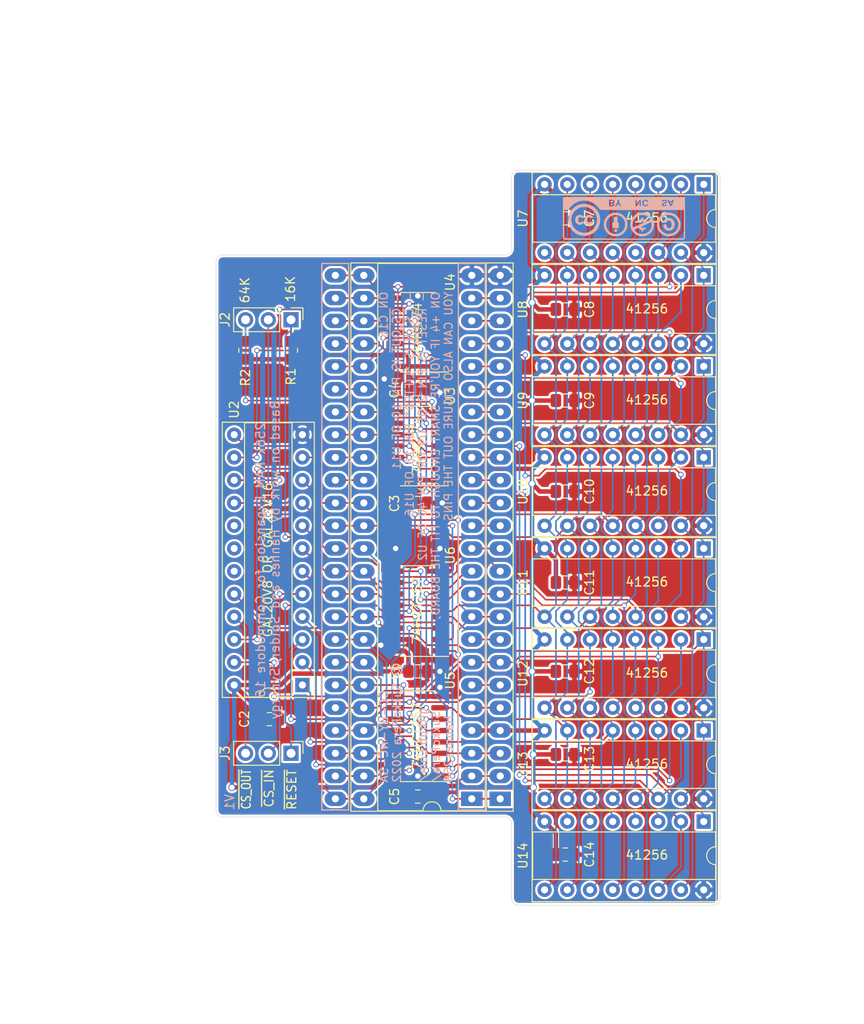
<source format=kicad_pcb>
(kicad_pcb (version 20171130) (host pcbnew 5.1.12)
  (title_block (title Hannes256) (date 2022-10-26) (rev 2git) (company SukkoPera) (comment 1 "Licensed under CC BY-NC-SA 4.0") (comment 2 "Based on drawings by Solder/Synergy"))
  (layers (0 F.Cu signal) (31 B.Cu signal) (36 B.SilkS user hide) (37 F.SilkS user hide) (38 B.Mask user hide) (39 F.Mask user hide) (44 Edge.Cuts user))
  (net 0 "")
  (net 1 /cs0)
  (net 2 /cs1)
  (net 3 /~irq)
  (net 4 /snd)
  (net 5 /ba)
  (net 6 /clkout)
  (net 7 /color)
  (net 8 /clkin)
  (net 9 /k0)
  (net 10 /k1)
  (net 11 /k2)
  (net 12 /k3)
  (net 13 /k4)
  (net 14 /k5)
  (net 15 /k6)
  (net 16 /k7)
  (net 17 /lum)
  (net 18 GND)
  (net 19 /~cas)
  (net 20 a3)
  (net 21 a4)
  (net 22 a5)
  (net 23 a6)
  (net 24 a7)
  (net 25 a8)
  (net 26 a9)
  (net 27 a10)
  (net 28 a11)
  (net 29 a12)
  (net 30 a13)
  (net 31 a14)
  (net 32 a15)
  (net 33 /~cas_16k)
  (net 34 ~RAS)
  (net 35 d7)
  (net 36 d6)
  (net 37 R_~W)
  (net 38 d5)
  (net 39 d4)
  (net 40 d3)
  (net 41 d2)
  (net 42 a0)
  (net 43 d1)
  (net 44 a1)
  (net 45 d0)
  (net 46 a2)
  (net 47 ~CAS_64K)
  (net 48 +5V)
  (net 49 MUX)
  (net 50 AEC)
  (net 51 ~RESET)
  (net 52 ~CS_IN)
  (net 53 ~CS_OUT)
  (net 54 m3)
  (net 55 m2)
  (net 56 m1)
  (net 57 m0)
  (net 58 m4)
  (net 59 m5)
  (net 60 m6)
  (net 61 m7)
  (net 62 m8)
  (net 63 "/~RAS~/~CAS~ Generation/~cs_ram")
  (net 64 "/~RAS~/~CAS~ Generation/p1")
  (net 65 "/~RAS~/~CAS~ Generation/p6")
  (net 66 "/~RAS~/~CAS~ Generation/p7")
  (net 67 "/~RAS~/~CAS~ Generation/p0")
  (net 68 "Net-(U2-Pad17)")
  (net 69 "Net-(U2-Pad18)")
  (net 70 "Net-(U2-Pad19)")
  (net 71 "Net-(U3-Pad6)")
  (net 72 "Net-(U3-Pad8)")
  (net 73 "Net-(U4-Pad8)")
  (net 74 "Net-(U4-Pad6)")
  (module Hannes256:cc_by_nc_sa (layer B.Cu) (at 149.705829 72.139512)
    (fp_text reference V0 hide)
    (fp_text value CC_LOGO hide)
  )
  (module Package_DIP:DIP-16_W7.62mm_Socket (layer F.Cu) (at 158.623 68.326 270)
    (fp_text reference U7 (at 3.81 20.193 90) (layer F.SilkS))
    (fp_text value 41256 (at 3.7325 6.35 180) (layer F.SilkS))
    (pad 1 thru_hole rect (at 0 0 270) (size 1.6 1.6) (drill 0.8) (layers *.Cu *.Mask) (net 62 m8))
    (pad 9 thru_hole oval (at 7.62 17.78 270) (size 1.6 1.6) (drill 0.8) (layers *.Cu *.Mask) (net 61 m7))
    (pad 2 thru_hole oval (at 0 2.54 270) (size 1.6 1.6) (drill 0.8) (layers *.Cu *.Mask) (net 45 d0))
    (pad 10 thru_hole oval (at 7.62 15.24 270) (size 1.6 1.6) (drill 0.8) (layers *.Cu *.Mask) (net 59 m5))
    (pad 3 thru_hole oval (at 0 5.08 270) (size 1.6 1.6) (drill 0.8) (layers *.Cu *.Mask) (net 37 R_~W))
    (pad 11 thru_hole oval (at 7.62 12.7 270) (size 1.6 1.6) (drill 0.8) (layers *.Cu *.Mask) (net 58 m4))
    (pad 4 thru_hole oval (at 0 7.62 270) (size 1.6 1.6) (drill 0.8) (layers *.Cu *.Mask) (net 34 ~RAS))
    (pad 12 thru_hole oval (at 7.62 10.16 270) (size 1.6 1.6) (drill 0.8) (layers *.Cu *.Mask) (net 54 m3))
    (pad 5 thru_hole oval (at 0 10.16 270) (size 1.6 1.6) (drill 0.8) (layers *.Cu *.Mask) (net 57 m0))
    (pad 13 thru_hole oval (at 7.62 7.62 270) (size 1.6 1.6) (drill 0.8) (layers *.Cu *.Mask) (net 60 m6))
    (pad 6 thru_hole oval (at 0 12.7 270) (size 1.6 1.6) (drill 0.8) (layers *.Cu *.Mask) (net 55 m2))
    (pad 14 thru_hole oval (at 7.62 5.08 270) (size 1.6 1.6) (drill 0.8) (layers *.Cu *.Mask) (net 45 d0))
    (pad 7 thru_hole oval (at 0 15.24 270) (size 1.6 1.6) (drill 0.8) (layers *.Cu *.Mask) (net 56 m1))
    (pad 15 thru_hole oval (at 7.62 2.54 270) (size 1.6 1.6) (drill 0.8) (layers *.Cu *.Mask) (net 47 ~CAS_64K))
    (pad 8 thru_hole oval (at 0 17.78 270) (size 1.6 1.6) (drill 0.8) (layers *.Cu *.Mask) (net 48 +5V))
    (pad 16 thru_hole oval (at 7.62 0 270) (size 1.6 1.6) (drill 0.8) (layers *.Cu *.Mask) (net 18 GND))
  )
  (module Package_DIP:DIP-16_W7.62mm_Socket (layer F.Cu) (at 158.623 78.486 270)
    (fp_text reference U8 (at 3.81 20.193 90) (layer F.SilkS))
    (fp_text value 41256 (at 3.7325 6.35 180) (layer F.SilkS))
    (pad 16 thru_hole oval (at 7.62 0 270) (size 1.6 1.6) (drill 0.8) (layers *.Cu *.Mask) (net 18 GND))
    (pad 8 thru_hole oval (at 0 17.78 270) (size 1.6 1.6) (drill 0.8) (layers *.Cu *.Mask) (net 48 +5V))
    (pad 15 thru_hole oval (at 7.62 2.54 270) (size 1.6 1.6) (drill 0.8) (layers *.Cu *.Mask) (net 47 ~CAS_64K))
    (pad 7 thru_hole oval (at 0 15.24 270) (size 1.6 1.6) (drill 0.8) (layers *.Cu *.Mask) (net 56 m1))
    (pad 14 thru_hole oval (at 7.62 5.08 270) (size 1.6 1.6) (drill 0.8) (layers *.Cu *.Mask) (net 43 d1))
    (pad 6 thru_hole oval (at 0 12.7 270) (size 1.6 1.6) (drill 0.8) (layers *.Cu *.Mask) (net 55 m2))
    (pad 13 thru_hole oval (at 7.62 7.62 270) (size 1.6 1.6) (drill 0.8) (layers *.Cu *.Mask) (net 60 m6))
    (pad 5 thru_hole oval (at 0 10.16 270) (size 1.6 1.6) (drill 0.8) (layers *.Cu *.Mask) (net 57 m0))
    (pad 12 thru_hole oval (at 7.62 10.16 270) (size 1.6 1.6) (drill 0.8) (layers *.Cu *.Mask) (net 54 m3))
    (pad 4 thru_hole oval (at 0 7.62 270) (size 1.6 1.6) (drill 0.8) (layers *.Cu *.Mask) (net 34 ~RAS))
    (pad 11 thru_hole oval (at 7.62 12.7 270) (size 1.6 1.6) (drill 0.8) (layers *.Cu *.Mask) (net 58 m4))
    (pad 3 thru_hole oval (at 0 5.08 270) (size 1.6 1.6) (drill 0.8) (layers *.Cu *.Mask) (net 37 R_~W))
    (pad 10 thru_hole oval (at 7.62 15.24 270) (size 1.6 1.6) (drill 0.8) (layers *.Cu *.Mask) (net 59 m5))
    (pad 2 thru_hole oval (at 0 2.54 270) (size 1.6 1.6) (drill 0.8) (layers *.Cu *.Mask) (net 43 d1))
    (pad 9 thru_hole oval (at 7.62 17.78 270) (size 1.6 1.6) (drill 0.8) (layers *.Cu *.Mask) (net 61 m7))
    (pad 1 thru_hole rect (at 0 0 270) (size 1.6 1.6) (drill 0.8) (layers *.Cu *.Mask) (net 62 m8))
  )
  (module Package_SO:SOIC-16_3.9x9.9mm_P1.27mm (layer F.Cu) (at 126.6825 129.921 180)
    (fp_text reference U5 (at -3.6195 6.223 90) (layer F.SilkS))
    (fp_text value 74HCT257 (at 0.0675 0 90) (layer F.SilkS))
    (pad 1 smd roundrect (at -2.475 -4.445 180) (size 1.95 0.6) (layers F.Cu F.Paste F.Mask) (net 49 MUX))
    (pad 2 smd roundrect (at -2.475 -3.175 180) (size 1.95 0.6) (layers F.Cu F.Paste F.Mask) (net 32 a15))
    (pad 3 smd roundrect (at -2.475 -1.905 180) (size 1.95 0.6) (layers F.Cu F.Paste F.Mask) (net 42 a0))
    (pad 4 smd roundrect (at -2.475 -0.635 180) (size 1.95 0.6) (layers F.Cu F.Paste F.Mask) (net 57 m0))
    (pad 5 smd roundrect (at -2.475 0.635 180) (size 1.95 0.6) (layers F.Cu F.Paste F.Mask) (net 25 a8))
    (pad 6 smd roundrect (at -2.475 1.905 180) (size 1.95 0.6) (layers F.Cu F.Paste F.Mask) (net 44 a1))
    (pad 7 smd roundrect (at -2.475 3.175 180) (size 1.95 0.6) (layers F.Cu F.Paste F.Mask) (net 56 m1))
    (pad 8 smd roundrect (at -2.475 4.445 180) (size 1.95 0.6) (layers F.Cu F.Paste F.Mask) (net 18 GND))
    (pad 9 smd roundrect (at 2.475 4.445 180) (size 1.95 0.6) (layers F.Cu F.Paste F.Mask) (net 55 m2))
    (pad 10 smd roundrect (at 2.475 3.175 180) (size 1.95 0.6) (layers F.Cu F.Paste F.Mask) (net 46 a2))
    (pad 11 smd roundrect (at 2.475 1.905 180) (size 1.95 0.6) (layers F.Cu F.Paste F.Mask) (net 26 a9))
    (pad 12 smd roundrect (at 2.475 0.635 180) (size 1.95 0.6) (layers F.Cu F.Paste F.Mask) (net 54 m3))
    (pad 13 smd roundrect (at 2.475 -0.635 180) (size 1.95 0.6) (layers F.Cu F.Paste F.Mask) (net 20 a3))
    (pad 14 smd roundrect (at 2.475 -1.905 180) (size 1.95 0.6) (layers F.Cu F.Paste F.Mask) (net 27 a10))
    (pad 15 smd roundrect (at 2.475 -3.175 180) (size 1.95 0.6) (layers F.Cu F.Paste F.Mask) (net 18 GND))
    (pad 16 smd roundrect (at 2.475 -4.445 180) (size 1.95 0.6) (layers F.Cu F.Paste F.Mask) (net 48 +5V))
  )
  (module Package_DIP:DIP-48_W15.24mm_Socket_LongPads (layer F.Cu) (at 135.89 136.906 180)
    (fp_text reference U1 hide)
    (fp_text value MOS_7360_TED)
    (pad 1 thru_hole rect (at 0 0 180) (size 2.4 1.6) (drill 0.8) (layers *.Cu *.Mask) (net 46 a2))
    (pad 25 thru_hole oval (at 15.24 58.42 180) (size 2.4 1.6) (drill 0.8) (layers *.Cu *.Mask) (net 45 d0))
    (pad 2 thru_hole oval (at 0 2.54 180) (size 2.4 1.6) (drill 0.8) (layers *.Cu *.Mask) (net 44 a1))
    (pad 26 thru_hole oval (at 15.24 55.88 180) (size 2.4 1.6) (drill 0.8) (layers *.Cu *.Mask) (net 43 d1))
    (pad 3 thru_hole oval (at 0 5.08 180) (size 2.4 1.6) (drill 0.8) (layers *.Cu *.Mask) (net 42 a0))
    (pad 27 thru_hole oval (at 15.24 53.34 180) (size 2.4 1.6) (drill 0.8) (layers *.Cu *.Mask) (net 41 d2))
    (pad 4 thru_hole oval (at 0 7.62 180) (size 2.4 1.6) (drill 0.8) (layers *.Cu *.Mask) (net 48 +5V))
    (pad 28 thru_hole oval (at 15.24 50.8 180) (size 2.4 1.6) (drill 0.8) (layers *.Cu *.Mask) (net 40 d3))
    (pad 5 thru_hole oval (at 0 10.16 180) (size 2.4 1.6) (drill 0.8) (layers *.Cu *.Mask) (net 1 /cs0))
    (pad 29 thru_hole oval (at 15.24 48.26 180) (size 2.4 1.6) (drill 0.8) (layers *.Cu *.Mask) (net 39 d4))
    (pad 6 thru_hole oval (at 0 12.7 180) (size 2.4 1.6) (drill 0.8) (layers *.Cu *.Mask) (net 2 /cs1))
    (pad 30 thru_hole oval (at 15.24 45.72 180) (size 2.4 1.6) (drill 0.8) (layers *.Cu *.Mask) (net 38 d5))
    (pad 7 thru_hole oval (at 0 15.24 180) (size 2.4 1.6) (drill 0.8) (layers *.Cu *.Mask) (net 37 R_~W))
    (pad 31 thru_hole oval (at 15.24 43.18 180) (size 2.4 1.6) (drill 0.8) (layers *.Cu *.Mask) (net 36 d6))
    (pad 8 thru_hole oval (at 0 17.78 180) (size 2.4 1.6) (drill 0.8) (layers *.Cu *.Mask) (net 3 /~irq))
    (pad 32 thru_hole oval (at 15.24 40.64 180) (size 2.4 1.6) (drill 0.8) (layers *.Cu *.Mask) (net 35 d7))
    (pad 9 thru_hole oval (at 0 20.32 180) (size 2.4 1.6) (drill 0.8) (layers *.Cu *.Mask) (net 49 MUX))
    (pad 33 thru_hole oval (at 15.24 38.1 180) (size 2.4 1.6) (drill 0.8) (layers *.Cu *.Mask) (net 4 /snd))
    (pad 10 thru_hole oval (at 0 22.86 180) (size 2.4 1.6) (drill 0.8) (layers *.Cu *.Mask) (net 34 ~RAS))
    (pad 34 thru_hole oval (at 15.24 35.56 180) (size 2.4 1.6) (drill 0.8) (layers *.Cu *.Mask) (net 5 /ba))
    (pad 11 thru_hole oval (at 0 25.4 180) (size 2.4 1.6) (drill 0.8) (layers *.Cu *.Mask) (net 19 /~cas))
    (pad 35 thru_hole oval (at 15.24 33.02 180) (size 2.4 1.6) (drill 0.8) (layers *.Cu *.Mask) (net 50 AEC))
    (pad 12 thru_hole oval (at 0 27.94 180) (size 2.4 1.6) (drill 0.8) (layers *.Cu *.Mask) (net 6 /clkout))
    (pad 36 thru_hole oval (at 15.24 30.48 180) (size 2.4 1.6) (drill 0.8) (layers *.Cu *.Mask) (net 32 a15))
    (pad 13 thru_hole oval (at 0 30.48 180) (size 2.4 1.6) (drill 0.8) (layers *.Cu *.Mask) (net 7 /color))
    (pad 37 thru_hole oval (at 15.24 27.94 180) (size 2.4 1.6) (drill 0.8) (layers *.Cu *.Mask) (net 31 a14))
    (pad 14 thru_hole oval (at 0 33.02 180) (size 2.4 1.6) (drill 0.8) (layers *.Cu *.Mask) (net 8 /clkin))
    (pad 38 thru_hole oval (at 15.24 25.4 180) (size 2.4 1.6) (drill 0.8) (layers *.Cu *.Mask) (net 30 a13))
    (pad 15 thru_hole oval (at 0 35.56 180) (size 2.4 1.6) (drill 0.8) (layers *.Cu *.Mask) (net 9 /k0))
    (pad 39 thru_hole oval (at 15.24 22.86 180) (size 2.4 1.6) (drill 0.8) (layers *.Cu *.Mask) (net 29 a12))
    (pad 16 thru_hole oval (at 0 38.1 180) (size 2.4 1.6) (drill 0.8) (layers *.Cu *.Mask) (net 10 /k1))
    (pad 40 thru_hole oval (at 15.24 20.32 180) (size 2.4 1.6) (drill 0.8) (layers *.Cu *.Mask) (net 28 a11))
    (pad 17 thru_hole oval (at 0 40.64 180) (size 2.4 1.6) (drill 0.8) (layers *.Cu *.Mask) (net 11 /k2))
    (pad 41 thru_hole oval (at 15.24 17.78 180) (size 2.4 1.6) (drill 0.8) (layers *.Cu *.Mask) (net 27 a10))
    (pad 18 thru_hole oval (at 0 43.18 180) (size 2.4 1.6) (drill 0.8) (layers *.Cu *.Mask) (net 12 /k3))
    (pad 42 thru_hole oval (at 15.24 15.24 180) (size 2.4 1.6) (drill 0.8) (layers *.Cu *.Mask) (net 26 a9))
    (pad 19 thru_hole oval (at 0 45.72 180) (size 2.4 1.6) (drill 0.8) (layers *.Cu *.Mask) (net 13 /k4))
    (pad 43 thru_hole oval (at 15.24 12.7 180) (size 2.4 1.6) (drill 0.8) (layers *.Cu *.Mask) (net 25 a8))
    (pad 20 thru_hole oval (at 0 48.26 180) (size 2.4 1.6) (drill 0.8) (layers *.Cu *.Mask) (net 14 /k5))
    (pad 44 thru_hole oval (at 15.24 10.16 180) (size 2.4 1.6) (drill 0.8) (layers *.Cu *.Mask) (net 24 a7))
    (pad 21 thru_hole oval (at 0 50.8 180) (size 2.4 1.6) (drill 0.8) (layers *.Cu *.Mask) (net 15 /k6))
    (pad 45 thru_hole oval (at 15.24 7.62 180) (size 2.4 1.6) (drill 0.8) (layers *.Cu *.Mask) (net 23 a6))
    (pad 22 thru_hole oval (at 0 53.34 180) (size 2.4 1.6) (drill 0.8) (layers *.Cu *.Mask) (net 16 /k7))
    (pad 46 thru_hole oval (at 15.24 5.08 180) (size 2.4 1.6) (drill 0.8) (layers *.Cu *.Mask) (net 22 a5))
    (pad 23 thru_hole oval (at 0 55.88 180) (size 2.4 1.6) (drill 0.8) (layers *.Cu *.Mask) (net 17 /lum))
    (pad 47 thru_hole oval (at 15.24 2.54 180) (size 2.4 1.6) (drill 0.8) (layers *.Cu *.Mask) (net 21 a4))
    (pad 24 thru_hole oval (at 0 58.42 180) (size 2.4 1.6) (drill 0.8) (layers *.Cu *.Mask) (net 18 GND))
    (pad 48 thru_hole oval (at 15.24 0 180) (size 2.4 1.6) (drill 0.8) (layers *.Cu *.Mask) (net 20 a3))
  )
  (module Capacitor_SMD:C_0805_2012Metric_Pad1.18x1.45mm_HandSolder (layer F.Cu) (at 126.6825 136.652)
    (fp_text reference C5 (at -2.6035 0 90) (layer F.SilkS))
    (fp_text value 100n)
    (pad 2 smd roundrect (at 1.0375 0) (size 1.175 1.45) (layers F.Cu F.Paste F.Mask) (roundrect_rratio 0.2127659574468085) (net 18 GND))
    (pad 1 smd roundrect (at -1.0375 0) (size 1.175 1.45) (layers F.Cu F.Paste F.Mask) (roundrect_rratio 0.2127659574468085) (net 48 +5V))
  )
  (module Capacitor_SMD:C_0805_2012Metric_Pad1.18x1.45mm_HandSolder (layer F.Cu) (at 126.6825 122.682)
    (fp_text reference C6 (at -2.6035 0 90) (layer F.SilkS))
    (fp_text value 100n)
    (pad 1 smd roundrect (at -1.0375 0) (size 1.175 1.45) (layers F.Cu F.Paste F.Mask) (roundrect_rratio 0.2127659574468085) (net 48 +5V))
    (pad 2 smd roundrect (at 1.0375 0) (size 1.175 1.45) (layers F.Cu F.Paste F.Mask) (roundrect_rratio 0.2127659574468085) (net 18 GND))
  )
  (module Package_SO:SOIC-16_3.9x9.9mm_P1.27mm (layer F.Cu) (at 126.6825 115.951 180)
    (fp_text reference U6 (at -3.6195 6.223 90) (layer F.SilkS))
    (fp_text value 74HCT257 (at 0.0675 0.0675 90) (layer F.SilkS))
    (pad 1 smd roundrect (at -2.475 -4.445 180) (size 1.95 0.6) (layers F.Cu F.Paste F.Mask) (net 49 MUX))
    (pad 2 smd roundrect (at -2.475 -3.175 180) (size 1.95 0.6) (layers F.Cu F.Paste F.Mask) (net 28 a11))
    (pad 3 smd roundrect (at -2.475 -1.905 180) (size 1.95 0.6) (layers F.Cu F.Paste F.Mask) (net 21 a4))
    (pad 4 smd roundrect (at -2.475 -0.635 180) (size 1.95 0.6) (layers F.Cu F.Paste F.Mask) (net 58 m4))
    (pad 5 smd roundrect (at -2.475 0.635 180) (size 1.95 0.6) (layers F.Cu F.Paste F.Mask) (net 29 a12))
    (pad 6 smd roundrect (at -2.475 1.905 180) (size 1.95 0.6) (layers F.Cu F.Paste F.Mask) (net 22 a5))
    (pad 7 smd roundrect (at -2.475 3.175 180) (size 1.95 0.6) (layers F.Cu F.Paste F.Mask) (net 59 m5))
    (pad 8 smd roundrect (at -2.475 4.445 180) (size 1.95 0.6) (layers F.Cu F.Paste F.Mask) (net 18 GND))
    (pad 9 smd roundrect (at 2.475 4.445 180) (size 1.95 0.6) (layers F.Cu F.Paste F.Mask) (net 60 m6))
    (pad 10 smd roundrect (at 2.475 3.175 180) (size 1.95 0.6) (layers F.Cu F.Paste F.Mask) (net 23 a6))
    (pad 11 smd roundrect (at 2.475 1.905 180) (size 1.95 0.6) (layers F.Cu F.Paste F.Mask) (net 30 a13))
    (pad 12 smd roundrect (at 2.475 0.635 180) (size 1.95 0.6) (layers F.Cu F.Paste F.Mask) (net 61 m7))
    (pad 13 smd roundrect (at 2.475 -0.635 180) (size 1.95 0.6) (layers F.Cu F.Paste F.Mask) (net 24 a7))
    (pad 14 smd roundrect (at 2.475 -1.905 180) (size 1.95 0.6) (layers F.Cu F.Paste F.Mask) (net 31 a14))
    (pad 15 smd roundrect (at 2.475 -3.175 180) (size 1.95 0.6) (layers F.Cu F.Paste F.Mask) (net 18 GND))
    (pad 16 smd roundrect (at 2.475 -4.445 180) (size 1.95 0.6) (layers F.Cu F.Paste F.Mask) (net 48 +5V))
  )
  (module Resistor_SMD:R_0805_2012Metric_Pad1.20x1.40mm_HandSolder (layer F.Cu) (at 112.507 86.852 90)
    (fp_text reference R1 (at -2.931 0.004 90) (layer F.SilkS))
    (fp_text value 10k)
    (pad 2 smd roundrect (at 1 0 90) (size 1.2 1.4) (layers F.Cu F.Paste F.Mask) (roundrect_rratio 0.2083325) (net 33 /~cas_16k))
    (pad 1 smd roundrect (at -1 0 90) (size 1.2 1.4) (layers F.Cu F.Paste F.Mask) (roundrect_rratio 0.2083325) (net 48 +5V))
  )
  (module Resistor_SMD:R_0805_2012Metric_Pad1.20x1.40mm_HandSolder (layer F.Cu) (at 107.427 86.852 90)
    (fp_text reference R2 (at -3.048 0 270) (layer F.SilkS))
    (fp_text value 10k)
    (pad 1 smd roundrect (at -1 0 90) (size 1.2 1.4) (layers F.Cu F.Paste F.Mask) (roundrect_rratio 0.2083325) (net 48 +5V))
    (pad 2 smd roundrect (at 1 0 90) (size 1.2 1.4) (layers F.Cu F.Paste F.Mask) (roundrect_rratio 0.2083325) (net 47 ~CAS_64K))
  )
  (module Capacitor_SMD:C_0805_2012Metric_Pad1.18x1.45mm_HandSolder (layer F.Cu) (at 126.6825 103.886)
    (fp_text reference C3 (at -2.6035 0.0595 90) (layer F.SilkS))
    (fp_text value 100n)
    (pad 2 smd roundrect (at 1.0375 0) (size 1.175 1.45) (layers F.Cu F.Paste F.Mask) (roundrect_rratio 0.2127659574468085) (net 18 GND))
    (pad 1 smd roundrect (at -1.0375 0) (size 1.175 1.45) (layers F.Cu F.Paste F.Mask) (roundrect_rratio 0.2127659574468085) (net 48 +5V))
  )
  (module Capacitor_SMD:C_0805_2012Metric_Pad1.18x1.45mm_HandSolder (layer F.Cu) (at 126.6825 91.186)
    (fp_text reference C4 (at -2.6035 0.0595 90) (layer F.SilkS))
    (fp_text value 100n)
    (pad 2 smd roundrect (at 1.0375 0) (size 1.175 1.45) (layers F.Cu F.Paste F.Mask) (roundrect_rratio 0.2127659574468085) (net 18 GND))
    (pad 1 smd roundrect (at -1.0375 0) (size 1.175 1.45) (layers F.Cu F.Paste F.Mask) (roundrect_rratio 0.2127659574468085) (net 48 +5V))
  )
  (module Capacitor_SMD:C_0805_2012Metric_Pad1.18x1.45mm_HandSolder (layer F.Cu) (at 110.119 128.016)
    (fp_text reference C2 (at -2.804 0.000001 90) (layer F.SilkS))
    (fp_text value 100n)
    (pad 1 smd roundrect (at -1.0375 0) (size 1.175 1.45) (layers F.Cu F.Paste F.Mask) (roundrect_rratio 0.2127659574468085) (net 48 +5V))
    (pad 2 smd roundrect (at 1.0375 0) (size 1.175 1.45) (layers F.Cu F.Paste F.Mask) (roundrect_rratio 0.2127659574468085) (net 18 GND))
  )
  (module Hannes256:DIP-48_W15.24mm_LongPads_ModSilkS (layer F.Cu) (at 132.715 136.906 180)
    (fp_text reference J1 hide)
    (fp_text value TED_SOCKET)
    (pad 1 thru_hole rect (at 0 0 180) (size 2.4 1.6) (drill 0.8) (layers *.Cu *.Mask) (net 46 a2))
    (pad 25 thru_hole oval (at 15.24 58.42 180) (size 2.4 1.6) (drill 0.8) (layers *.Cu *.Mask) (net 45 d0))
    (pad 2 thru_hole oval (at 0 2.54 180) (size 2.4 1.6) (drill 0.8) (layers *.Cu *.Mask) (net 44 a1))
    (pad 26 thru_hole oval (at 15.24 55.88 180) (size 2.4 1.6) (drill 0.8) (layers *.Cu *.Mask) (net 43 d1))
    (pad 3 thru_hole oval (at 0 5.08 180) (size 2.4 1.6) (drill 0.8) (layers *.Cu *.Mask) (net 42 a0))
    (pad 27 thru_hole oval (at 15.24 53.34 180) (size 2.4 1.6) (drill 0.8) (layers *.Cu *.Mask) (net 41 d2))
    (pad 4 thru_hole oval (at 0 7.62 180) (size 2.4 1.6) (drill 0.8) (layers *.Cu *.Mask) (net 48 +5V))
    (pad 28 thru_hole oval (at 15.24 50.8 180) (size 2.4 1.6) (drill 0.8) (layers *.Cu *.Mask) (net 40 d3))
    (pad 5 thru_hole oval (at 0 10.16 180) (size 2.4 1.6) (drill 0.8) (layers *.Cu *.Mask) (net 1 /cs0))
    (pad 29 thru_hole oval (at 15.24 48.26 180) (size 2.4 1.6) (drill 0.8) (layers *.Cu *.Mask) (net 39 d4))
    (pad 6 thru_hole oval (at 0 12.7 180) (size 2.4 1.6) (drill 0.8) (layers *.Cu *.Mask) (net 2 /cs1))
    (pad 30 thru_hole oval (at 15.24 45.72 180) (size 2.4 1.6) (drill 0.8) (layers *.Cu *.Mask) (net 38 d5))
    (pad 7 thru_hole oval (at 0 15.24 180) (size 2.4 1.6) (drill 0.8) (layers *.Cu *.Mask) (net 37 R_~W))
    (pad 31 thru_hole oval (at 15.24 43.18 180) (size 2.4 1.6) (drill 0.8) (layers *.Cu *.Mask) (net 36 d6))
    (pad 8 thru_hole oval (at 0 17.78 180) (size 2.4 1.6) (drill 0.8) (layers *.Cu *.Mask) (net 3 /~irq))
    (pad 32 thru_hole oval (at 15.24 40.64 180) (size 2.4 1.6) (drill 0.8) (layers *.Cu *.Mask) (net 35 d7))
    (pad 9 thru_hole oval (at 0 20.32 180) (size 2.4 1.6) (drill 0.8) (layers *.Cu *.Mask) (net 49 MUX))
    (pad 33 thru_hole oval (at 15.24 38.1 180) (size 2.4 1.6) (drill 0.8) (layers *.Cu *.Mask) (net 4 /snd))
    (pad 10 thru_hole oval (at 0 22.86 180) (size 2.4 1.6) (drill 0.8) (layers *.Cu *.Mask) (net 34 ~RAS))
    (pad 34 thru_hole oval (at 15.24 35.56 180) (size 2.4 1.6) (drill 0.8) (layers *.Cu *.Mask) (net 5 /ba))
    (pad 11 thru_hole oval (at 0 25.4 180) (size 2.4 1.6) (drill 0.8) (layers *.Cu *.Mask) (net 33 /~cas_16k))
    (pad 35 thru_hole oval (at 15.24 33.02 180) (size 2.4 1.6) (drill 0.8) (layers *.Cu *.Mask) (net 50 AEC))
    (pad 12 thru_hole oval (at 0 27.94 180) (size 2.4 1.6) (drill 0.8) (layers *.Cu *.Mask) (net 6 /clkout))
    (pad 36 thru_hole oval (at 15.24 30.48 180) (size 2.4 1.6) (drill 0.8) (layers *.Cu *.Mask) (net 32 a15))
    (pad 13 thru_hole oval (at 0 30.48 180) (size 2.4 1.6) (drill 0.8) (layers *.Cu *.Mask) (net 7 /color))
    (pad 37 thru_hole oval (at 15.24 27.94 180) (size 2.4 1.6) (drill 0.8) (layers *.Cu *.Mask) (net 31 a14))
    (pad 14 thru_hole oval (at 0 33.02 180) (size 2.4 1.6) (drill 0.8) (layers *.Cu *.Mask) (net 8 /clkin))
    (pad 38 thru_hole oval (at 15.24 25.4 180) (size 2.4 1.6) (drill 0.8) (layers *.Cu *.Mask) (net 30 a13))
    (pad 15 thru_hole oval (at 0 35.56 180) (size 2.4 1.6) (drill 0.8) (layers *.Cu *.Mask) (net 9 /k0))
    (pad 39 thru_hole oval (at 15.24 22.86 180) (size 2.4 1.6) (drill 0.8) (layers *.Cu *.Mask) (net 29 a12))
    (pad 16 thru_hole oval (at 0 38.1 180) (size 2.4 1.6) (drill 0.8) (layers *.Cu *.Mask) (net 10 /k1))
    (pad 40 thru_hole oval (at 15.24 20.32 180) (size 2.4 1.6) (drill 0.8) (layers *.Cu *.Mask) (net 28 a11))
    (pad 17 thru_hole oval (at 0 40.64 180) (size 2.4 1.6) (drill 0.8) (layers *.Cu *.Mask) (net 11 /k2))
    (pad 41 thru_hole oval (at 15.24 17.78 180) (size 2.4 1.6) (drill 0.8) (layers *.Cu *.Mask) (net 27 a10))
    (pad 18 thru_hole oval (at 0 43.18 180) (size 2.4 1.6) (drill 0.8) (layers *.Cu *.Mask) (net 12 /k3))
    (pad 42 thru_hole oval (at 15.24 15.24 180) (size 2.4 1.6) (drill 0.8) (layers *.Cu *.Mask) (net 26 a9))
    (pad 19 thru_hole oval (at 0 45.72 180) (size 2.4 1.6) (drill 0.8) (layers *.Cu *.Mask) (net 13 /k4))
    (pad 43 thru_hole oval (at 15.24 12.7 180) (size 2.4 1.6) (drill 0.8) (layers *.Cu *.Mask) (net 25 a8))
    (pad 20 thru_hole oval (at 0 48.26 180) (size 2.4 1.6) (drill 0.8) (layers *.Cu *.Mask) (net 14 /k5))
    (pad 44 thru_hole oval (at 15.24 10.16 180) (size 2.4 1.6) (drill 0.8) (layers *.Cu *.Mask) (net 24 a7))
    (pad 21 thru_hole oval (at 0 50.8 180) (size 2.4 1.6) (drill 0.8) (layers *.Cu *.Mask) (net 15 /k6))
    (pad 45 thru_hole oval (at 15.24 7.62 180) (size 2.4 1.6) (drill 0.8) (layers *.Cu *.Mask) (net 23 a6))
    (pad 22 thru_hole oval (at 0 53.34 180) (size 2.4 1.6) (drill 0.8) (layers *.Cu *.Mask) (net 16 /k7))
    (pad 46 thru_hole oval (at 15.24 5.08 180) (size 2.4 1.6) (drill 0.8) (layers *.Cu *.Mask) (net 22 a5))
    (pad 23 thru_hole oval (at 0 55.88 180) (size 2.4 1.6) (drill 0.8) (layers *.Cu *.Mask) (net 17 /lum))
    (pad 47 thru_hole oval (at 15.24 2.54 180) (size 2.4 1.6) (drill 0.8) (layers *.Cu *.Mask) (net 21 a4))
    (pad 24 thru_hole oval (at 0 58.42 180) (size 2.4 1.6) (drill 0.8) (layers *.Cu *.Mask) (net 18 GND))
    (pad 48 thru_hole oval (at 15.24 0 180) (size 2.4 1.6) (drill 0.8) (layers *.Cu *.Mask) (net 20 a3))
  )
  (module Connector_PinHeader_2.54mm:PinHeader_1x03_P2.54mm_Vertical (layer F.Cu) (at 112.522 83.439 270)
    (fp_text reference J2 (at 0 7.366 270) (layer F.SilkS))
    (fp_text value RAM_SELECTOR)
    (pad 3 thru_hole oval (at 0 5.08 270) (size 1.7 1.7) (drill 1) (layers *.Cu *.Mask) (net 47 ~CAS_64K))
    (pad 2 thru_hole oval (at 0 2.54 270) (size 1.7 1.7) (drill 1) (layers *.Cu *.Mask) (net 19 /~cas))
    (pad 1 thru_hole rect (at 0 0 270) (size 1.7 1.7) (drill 1) (layers *.Cu *.Mask) (net 33 /~cas_16k))
  )
  (module Connector_PinHeader_2.54mm:PinHeader_1x03_P2.54mm_Vertical (layer F.Cu) (at 112.522 131.826 270)
    (fp_text reference J3 (at 0 7.366 90) (layer F.SilkS))
    (fp_text value CONN_CS)
    (pad 1 thru_hole rect (at 0 0 270) (size 1.7 1.7) (drill 1) (layers *.Cu *.Mask) (net 51 ~RESET))
    (pad 2 thru_hole oval (at 0 2.54 270) (size 1.7 1.7) (drill 1) (layers *.Cu *.Mask) (net 52 ~CS_IN))
    (pad 3 thru_hole oval (at 0 5.08 270) (size 1.7 1.7) (drill 1) (layers *.Cu *.Mask) (net 53 ~CS_OUT))
  )
  (module Package_DIP:DIP-24_W7.62mm_Socket (layer F.Cu) (at 113.792 124.206 180)
    (fp_text reference U2 (at 7.62 30.734 90) (layer F.SilkS))
    (fp_text value GAL20V8)
    (pad 1 thru_hole rect (at 0 0 180) (size 1.6 1.6) (drill 0.8) (layers *.Cu *.Mask) (net 42 a0))
    (pad 13 thru_hole oval (at 7.62 27.94 180) (size 1.6 1.6) (drill 0.8) (layers *.Cu *.Mask) (net 64 "/~RAS~/~CAS~ Generation/p1"))
    (pad 2 thru_hole oval (at 0 2.54 180) (size 1.6 1.6) (drill 0.8) (layers *.Cu *.Mask) (net 44 a1))
    (pad 14 thru_hole oval (at 7.62 25.4 180) (size 1.6 1.6) (drill 0.8) (layers *.Cu *.Mask) (net 65 "/~RAS~/~CAS~ Generation/p6"))
    (pad 3 thru_hole oval (at 0 5.08 180) (size 1.6 1.6) (drill 0.8) (layers *.Cu *.Mask) (net 46 a2))
    (pad 15 thru_hole oval (at 7.62 22.86 180) (size 1.6 1.6) (drill 0.8) (layers *.Cu *.Mask) (net 66 "/~RAS~/~CAS~ Generation/p7"))
    (pad 4 thru_hole oval (at 0 7.62 180) (size 1.6 1.6) (drill 0.8) (layers *.Cu *.Mask) (net 20 a3))
    (pad 16 thru_hole oval (at 7.62 20.32 180) (size 1.6 1.6) (drill 0.8) (layers *.Cu *.Mask) (net 50 AEC))
    (pad 5 thru_hole oval (at 0 10.16 180) (size 1.6 1.6) (drill 0.8) (layers *.Cu *.Mask) (net 52 ~CS_IN))
    (pad 17 thru_hole oval (at 7.62 17.78 180) (size 1.6 1.6) (drill 0.8) (layers *.Cu *.Mask) (net 68 "Net-(U2-Pad17)"))
    (pad 6 thru_hole oval (at 0 12.7 180) (size 1.6 1.6) (drill 0.8) (layers *.Cu *.Mask) (net 29 a12))
    (pad 18 thru_hole oval (at 7.62 15.24 180) (size 1.6 1.6) (drill 0.8) (layers *.Cu *.Mask) (net 69 "Net-(U2-Pad18)"))
    (pad 7 thru_hole oval (at 0 15.24 180) (size 1.6 1.6) (drill 0.8) (layers *.Cu *.Mask) (net 30 a13))
    (pad 19 thru_hole oval (at 7.62 12.7 180) (size 1.6 1.6) (drill 0.8) (layers *.Cu *.Mask) (net 70 "Net-(U2-Pad19)"))
    (pad 8 thru_hole oval (at 0 17.78 180) (size 1.6 1.6) (drill 0.8) (layers *.Cu *.Mask) (net 31 a14))
    (pad 20 thru_hole oval (at 7.62 10.16 180) (size 1.6 1.6) (drill 0.8) (layers *.Cu *.Mask) (net 62 m8))
    (pad 9 thru_hole oval (at 0 20.32 180) (size 1.6 1.6) (drill 0.8) (layers *.Cu *.Mask) (net 32 a15))
    (pad 21 thru_hole oval (at 7.62 7.62 180) (size 1.6 1.6) (drill 0.8) (layers *.Cu *.Mask) (net 53 ~CS_OUT))
    (pad 10 thru_hole oval (at 0 22.86 180) (size 1.6 1.6) (drill 0.8) (layers *.Cu *.Mask) (net 49 MUX))
    (pad 22 thru_hole oval (at 7.62 5.08 180) (size 1.6 1.6) (drill 0.8) (layers *.Cu *.Mask) (net 63 "/~RAS~/~CAS~ Generation/~cs_ram"))
    (pad 11 thru_hole oval (at 0 25.4 180) (size 1.6 1.6) (drill 0.8) (layers *.Cu *.Mask) (net 67 "/~RAS~/~CAS~ Generation/p0"))
    (pad 23 thru_hole oval (at 7.62 2.54 180) (size 1.6 1.6) (drill 0.8) (layers *.Cu *.Mask) (net 37 R_~W))
    (pad 12 thru_hole oval (at 0 27.94 225) (size 1.6 1.6) (drill 0.8) (layers *.Cu *.Mask) (net 18 GND))
    (pad 24 thru_hole oval (at 7.62 0 180) (size 1.6 1.6) (drill 0.8) (layers *.Cu *.Mask) (net 48 +5V))
  )
  (module Package_SO:SOIC-14_3.9x8.7mm_P1.27mm (layer F.Cu) (at 126.6825 97.536 180)
    (fp_text reference U3 (at -3.6195 5.588 90) (layer F.SilkS))
    (fp_text value 74HCT74 (at 0.0675 0 90) (layer F.SilkS))
    (pad 1 smd roundrect (at -2.475 -3.81 180) (size 1.95 0.6) (layers F.Cu F.Paste F.Mask) (net 48 +5V))
    (pad 2 smd roundrect (at -2.475 -2.54 180) (size 1.95 0.6) (layers F.Cu F.Paste F.Mask) (net 45 d0))
    (pad 3 smd roundrect (at -2.475 -1.27 180) (size 1.95 0.6) (layers F.Cu F.Paste F.Mask) (net 63 "/~RAS~/~CAS~ Generation/~cs_ram"))
    (pad 4 smd roundrect (at -2.475 0 180) (size 1.95 0.6) (layers F.Cu F.Paste F.Mask) (net 51 ~RESET))
    (pad 5 smd roundrect (at -2.475 1.27 180) (size 1.95 0.6) (layers F.Cu F.Paste F.Mask) (net 67 "/~RAS~/~CAS~ Generation/p0"))
    (pad 6 smd roundrect (at -2.475 2.54 180) (size 1.95 0.6) (layers F.Cu F.Paste F.Mask) (net 71 "Net-(U3-Pad6)"))
    (pad 7 smd roundrect (at -2.475 3.81 180) (size 1.95 0.6) (layers F.Cu F.Paste F.Mask) (net 18 GND))
    (pad 8 smd roundrect (at 2.475 3.81 180) (size 1.95 0.6) (layers F.Cu F.Paste F.Mask) (net 72 "Net-(U3-Pad8)"))
    (pad 9 smd roundrect (at 2.475 2.54 180) (size 1.95 0.6) (layers F.Cu F.Paste F.Mask) (net 64 "/~RAS~/~CAS~ Generation/p1"))
    (pad 10 smd roundrect (at 2.475 1.27 180) (size 1.95 0.6) (layers F.Cu F.Paste F.Mask) (net 51 ~RESET))
    (pad 11 smd roundrect (at 2.475 0 180) (size 1.95 0.6) (layers F.Cu F.Paste F.Mask) (net 63 "/~RAS~/~CAS~ Generation/~cs_ram"))
    (pad 12 smd roundrect (at 2.475 -1.27 180) (size 1.95 0.6) (layers F.Cu F.Paste F.Mask) (net 43 d1))
    (pad 13 smd roundrect (at 2.475 -2.54 180) (size 1.95 0.6) (layers F.Cu F.Paste F.Mask) (net 48 +5V))
    (pad 14 smd roundrect (at 2.475 -3.81 180) (size 1.95 0.6) (layers F.Cu F.Paste F.Mask) (net 48 +5V))
  )
  (module Package_SO:SOIC-14_3.9x8.7mm_P1.27mm (layer F.Cu) (at 126.6825 84.836 180)
    (fp_text reference U4 (at -3.6195 5.588 90) (layer F.SilkS))
    (fp_text value 74HCT74 (at 0.0675 0 90) (layer F.SilkS))
    (pad 14 smd roundrect (at 2.475 -3.81 180) (size 1.95 0.6) (layers F.Cu F.Paste F.Mask) (net 48 +5V))
    (pad 13 smd roundrect (at 2.475 -2.54 180) (size 1.95 0.6) (layers F.Cu F.Paste F.Mask) (net 48 +5V))
    (pad 12 smd roundrect (at 2.475 -1.27 180) (size 1.95 0.6) (layers F.Cu F.Paste F.Mask) (net 35 d7))
    (pad 11 smd roundrect (at 2.475 0 180) (size 1.95 0.6) (layers F.Cu F.Paste F.Mask) (net 63 "/~RAS~/~CAS~ Generation/~cs_ram"))
    (pad 10 smd roundrect (at 2.475 1.27 180) (size 1.95 0.6) (layers F.Cu F.Paste F.Mask) (net 51 ~RESET))
    (pad 9 smd roundrect (at 2.475 2.54 180) (size 1.95 0.6) (layers F.Cu F.Paste F.Mask) (net 66 "/~RAS~/~CAS~ Generation/p7"))
    (pad 8 smd roundrect (at 2.475 3.81 180) (size 1.95 0.6) (layers F.Cu F.Paste F.Mask) (net 73 "Net-(U4-Pad8)"))
    (pad 7 smd roundrect (at -2.475 3.81 180) (size 1.95 0.6) (layers F.Cu F.Paste F.Mask) (net 18 GND))
    (pad 6 smd roundrect (at -2.475 2.54 180) (size 1.95 0.6) (layers F.Cu F.Paste F.Mask) (net 74 "Net-(U4-Pad6)"))
    (pad 5 smd roundrect (at -2.475 1.27 180) (size 1.95 0.6) (layers F.Cu F.Paste F.Mask) (net 65 "/~RAS~/~CAS~ Generation/p6"))
    (pad 4 smd roundrect (at -2.475 0 180) (size 1.95 0.6) (layers F.Cu F.Paste F.Mask) (net 51 ~RESET))
    (pad 3 smd roundrect (at -2.475 -1.27 180) (size 1.95 0.6) (layers F.Cu F.Paste F.Mask) (net 63 "/~RAS~/~CAS~ Generation/~cs_ram"))
    (pad 2 smd roundrect (at -2.475 -2.54 180) (size 1.95 0.6) (layers F.Cu F.Paste F.Mask) (net 36 d6))
    (pad 1 smd roundrect (at -2.475 -3.81 180) (size 1.95 0.6) (layers F.Cu F.Paste F.Mask) (net 48 +5V))
  )
  (module Package_DIP:DIP-16_W7.62mm_Socket (layer F.Cu) (at 158.623 88.646 270)
    (fp_text reference U9 (at 3.81 20.193 90) (layer F.SilkS))
    (fp_text value 41256 (at 3.7325 6.35 180) (layer F.SilkS))
    (pad 1 thru_hole rect (at 0 0 270) (size 1.6 1.6) (drill 0.8) (layers *.Cu *.Mask) (net 62 m8))
    (pad 9 thru_hole oval (at 7.62 17.78 270) (size 1.6 1.6) (drill 0.8) (layers *.Cu *.Mask) (net 61 m7))
    (pad 2 thru_hole oval (at 0 2.54 270) (size 1.6 1.6) (drill 0.8) (layers *.Cu *.Mask) (net 41 d2))
    (pad 10 thru_hole oval (at 7.62 15.24 270) (size 1.6 1.6) (drill 0.8) (layers *.Cu *.Mask) (net 59 m5))
    (pad 3 thru_hole oval (at 0 5.08 270) (size 1.6 1.6) (drill 0.8) (layers *.Cu *.Mask) (net 37 R_~W))
    (pad 11 thru_hole oval (at 7.62 12.7 270) (size 1.6 1.6) (drill 0.8) (layers *.Cu *.Mask) (net 58 m4))
    (pad 4 thru_hole oval (at 0 7.62 270) (size 1.6 1.6) (drill 0.8) (layers *.Cu *.Mask) (net 34 ~RAS))
    (pad 12 thru_hole oval (at 7.62 10.16 270) (size 1.6 1.6) (drill 0.8) (layers *.Cu *.Mask) (net 54 m3))
    (pad 5 thru_hole oval (at 0 10.16 270) (size 1.6 1.6) (drill 0.8) (layers *.Cu *.Mask) (net 57 m0))
    (pad 13 thru_hole oval (at 7.62 7.62 270) (size 1.6 1.6) (drill 0.8) (layers *.Cu *.Mask) (net 60 m6))
    (pad 6 thru_hole oval (at 0 12.7 270) (size 1.6 1.6) (drill 0.8) (layers *.Cu *.Mask) (net 55 m2))
    (pad 14 thru_hole oval (at 7.62 5.08 270) (size 1.6 1.6) (drill 0.8) (layers *.Cu *.Mask) (net 41 d2))
    (pad 7 thru_hole oval (at 0 15.24 270) (size 1.6 1.6) (drill 0.8) (layers *.Cu *.Mask) (net 56 m1))
    (pad 15 thru_hole oval (at 7.62 2.54 270) (size 1.6 1.6) (drill 0.8) (layers *.Cu *.Mask) (net 47 ~CAS_64K))
    (pad 8 thru_hole oval (at 0 17.78 270) (size 1.6 1.6) (drill 0.8) (layers *.Cu *.Mask) (net 48 +5V))
    (pad 16 thru_hole oval (at 7.62 0 270) (size 1.6 1.6) (drill 0.8) (layers *.Cu *.Mask) (net 18 GND))
  )
  (module Package_DIP:DIP-16_W7.62mm_Socket (layer F.Cu) (at 158.623 98.806 270)
    (fp_text reference U10 (at 3.81 20.193 90) (layer F.SilkS))
    (fp_text value 41256 (at 3.7325 6.35 180) (layer F.SilkS))
    (pad 16 thru_hole oval (at 7.62 0 270) (size 1.6 1.6) (drill 0.8) (layers *.Cu *.Mask) (net 18 GND))
    (pad 8 thru_hole oval (at 0 17.78 270) (size 1.6 1.6) (drill 0.8) (layers *.Cu *.Mask) (net 48 +5V))
    (pad 15 thru_hole oval (at 7.62 2.54 270) (size 1.6 1.6) (drill 0.8) (layers *.Cu *.Mask) (net 47 ~CAS_64K))
    (pad 7 thru_hole oval (at 0 15.24 270) (size 1.6 1.6) (drill 0.8) (layers *.Cu *.Mask) (net 56 m1))
    (pad 14 thru_hole oval (at 7.62 5.08 270) (size 1.6 1.6) (drill 0.8) (layers *.Cu *.Mask) (net 40 d3))
    (pad 6 thru_hole oval (at 0 12.7 270) (size 1.6 1.6) (drill 0.8) (layers *.Cu *.Mask) (net 55 m2))
    (pad 13 thru_hole oval (at 7.62 7.62 270) (size 1.6 1.6) (drill 0.8) (layers *.Cu *.Mask) (net 60 m6))
    (pad 5 thru_hole oval (at 0 10.16 270) (size 1.6 1.6) (drill 0.8) (layers *.Cu *.Mask) (net 57 m0))
    (pad 12 thru_hole oval (at 7.62 10.16 270) (size 1.6 1.6) (drill 0.8) (layers *.Cu *.Mask) (net 54 m3))
    (pad 4 thru_hole oval (at 0 7.62 270) (size 1.6 1.6) (drill 0.8) (layers *.Cu *.Mask) (net 34 ~RAS))
    (pad 11 thru_hole oval (at 7.62 12.7 270) (size 1.6 1.6) (drill 0.8) (layers *.Cu *.Mask) (net 58 m4))
    (pad 3 thru_hole oval (at 0 5.08 270) (size 1.6 1.6) (drill 0.8) (layers *.Cu *.Mask) (net 37 R_~W))
    (pad 10 thru_hole oval (at 7.62 15.24 270) (size 1.6 1.6) (drill 0.8) (layers *.Cu *.Mask) (net 59 m5))
    (pad 2 thru_hole oval (at 0 2.54 270) (size 1.6 1.6) (drill 0.8) (layers *.Cu *.Mask) (net 40 d3))
    (pad 9 thru_hole oval (at 7.62 17.78 270) (size 1.6 1.6) (drill 0.8) (layers *.Cu *.Mask) (net 61 m7))
    (pad 1 thru_hole rect (at 0 0 270) (size 1.6 1.6) (drill 0.8) (layers *.Cu *.Mask) (net 62 m8))
  )
  (module Package_DIP:DIP-16_W7.62mm_Socket (layer F.Cu) (at 158.623 108.966 270)
    (fp_text reference U11 (at 3.81 20.193 90) (layer F.SilkS))
    (fp_text value 41256 (at 3.7325 6.35 180) (layer F.SilkS))
    (pad 16 thru_hole oval (at 7.62 0 270) (size 1.6 1.6) (drill 0.8) (layers *.Cu *.Mask) (net 18 GND))
    (pad 8 thru_hole oval (at 0 17.78 270) (size 1.6 1.6) (drill 0.8) (layers *.Cu *.Mask) (net 48 +5V))
    (pad 15 thru_hole oval (at 7.62 2.54 270) (size 1.6 1.6) (drill 0.8) (layers *.Cu *.Mask) (net 47 ~CAS_64K))
    (pad 7 thru_hole oval (at 0 15.24 270) (size 1.6 1.6) (drill 0.8) (layers *.Cu *.Mask) (net 56 m1))
    (pad 14 thru_hole oval (at 7.62 5.08 270) (size 1.6 1.6) (drill 0.8) (layers *.Cu *.Mask) (net 39 d4))
    (pad 6 thru_hole oval (at 0 12.7 270) (size 1.6 1.6) (drill 0.8) (layers *.Cu *.Mask) (net 55 m2))
    (pad 13 thru_hole oval (at 7.62 7.62 270) (size 1.6 1.6) (drill 0.8) (layers *.Cu *.Mask) (net 60 m6))
    (pad 5 thru_hole oval (at 0 10.16 270) (size 1.6 1.6) (drill 0.8) (layers *.Cu *.Mask) (net 57 m0))
    (pad 12 thru_hole oval (at 7.62 10.16 270) (size 1.6 1.6) (drill 0.8) (layers *.Cu *.Mask) (net 54 m3))
    (pad 4 thru_hole oval (at 0 7.62 270) (size 1.6 1.6) (drill 0.8) (layers *.Cu *.Mask) (net 34 ~RAS))
    (pad 11 thru_hole oval (at 7.62 12.7 270) (size 1.6 1.6) (drill 0.8) (layers *.Cu *.Mask) (net 58 m4))
    (pad 3 thru_hole oval (at 0 5.08 270) (size 1.6 1.6) (drill 0.8) (layers *.Cu *.Mask) (net 37 R_~W))
    (pad 10 thru_hole oval (at 7.62 15.24 270) (size 1.6 1.6) (drill 0.8) (layers *.Cu *.Mask) (net 59 m5))
    (pad 2 thru_hole oval (at 0 2.54 270) (size 1.6 1.6) (drill 0.8) (layers *.Cu *.Mask) (net 39 d4))
    (pad 9 thru_hole oval (at 7.62 17.78 270) (size 1.6 1.6) (drill 0.8) (layers *.Cu *.Mask) (net 61 m7))
    (pad 1 thru_hole rect (at 0 0 270) (size 1.6 1.6) (drill 0.8) (layers *.Cu *.Mask) (net 62 m8))
  )
  (module Package_DIP:DIP-16_W7.62mm_Socket (layer F.Cu) (at 158.623 119.126 270)
    (fp_text reference U12 (at 3.81 20.193 90) (layer F.SilkS))
    (fp_text value 41256 (at 3.7325 6.35 180) (layer F.SilkS))
    (pad 1 thru_hole rect (at 0 0 270) (size 1.6 1.6) (drill 0.8) (layers *.Cu *.Mask) (net 62 m8))
    (pad 9 thru_hole oval (at 7.62 17.78 270) (size 1.6 1.6) (drill 0.8) (layers *.Cu *.Mask) (net 61 m7))
    (pad 2 thru_hole oval (at 0 2.54 270) (size 1.6 1.6) (drill 0.8) (layers *.Cu *.Mask) (net 38 d5))
    (pad 10 thru_hole oval (at 7.62 15.24 270) (size 1.6 1.6) (drill 0.8) (layers *.Cu *.Mask) (net 59 m5))
    (pad 3 thru_hole oval (at 0 5.08 270) (size 1.6 1.6) (drill 0.8) (layers *.Cu *.Mask) (net 37 R_~W))
    (pad 11 thru_hole oval (at 7.62 12.7 270) (size 1.6 1.6) (drill 0.8) (layers *.Cu *.Mask) (net 58 m4))
    (pad 4 thru_hole oval (at 0 7.62 270) (size 1.6 1.6) (drill 0.8) (layers *.Cu *.Mask) (net 34 ~RAS))
    (pad 12 thru_hole oval (at 7.62 10.16 270) (size 1.6 1.6) (drill 0.8) (layers *.Cu *.Mask) (net 54 m3))
    (pad 5 thru_hole oval (at 0 10.16 270) (size 1.6 1.6) (drill 0.8) (layers *.Cu *.Mask) (net 57 m0))
    (pad 13 thru_hole oval (at 7.62 7.62 270) (size 1.6 1.6) (drill 0.8) (layers *.Cu *.Mask) (net 60 m6))
    (pad 6 thru_hole oval (at 0 12.7 270) (size 1.6 1.6) (drill 0.8) (layers *.Cu *.Mask) (net 55 m2))
    (pad 14 thru_hole oval (at 7.62 5.08 270) (size 1.6 1.6) (drill 0.8) (layers *.Cu *.Mask) (net 38 d5))
    (pad 7 thru_hole oval (at 0 15.24 270) (size 1.6 1.6) (drill 0.8) (layers *.Cu *.Mask) (net 56 m1))
    (pad 15 thru_hole oval (at 7.62 2.54 270) (size 1.6 1.6) (drill 0.8) (layers *.Cu *.Mask) (net 47 ~CAS_64K))
    (pad 8 thru_hole oval (at 0 17.78 270) (size 1.6 1.6) (drill 0.8) (layers *.Cu *.Mask) (net 48 +5V))
    (pad 16 thru_hole oval (at 7.62 0 270) (size 1.6 1.6) (drill 0.8) (layers *.Cu *.Mask) (net 18 GND))
  )
  (module Package_DIP:DIP-16_W7.62mm_Socket (layer F.Cu) (at 158.623 129.286 270)
    (fp_text reference U13 (at 3.81 20.193 90) (layer F.SilkS))
    (fp_text value 41256 (at 3.7325 6.35 180) (layer F.SilkS))
    (pad 16 thru_hole oval (at 7.62 0 270) (size 1.6 1.6) (drill 0.8) (layers *.Cu *.Mask) (net 18 GND))
    (pad 8 thru_hole oval (at 0 17.78 270) (size 1.6 1.6) (drill 0.8) (layers *.Cu *.Mask) (net 48 +5V))
    (pad 15 thru_hole oval (at 7.62 2.54 270) (size 1.6 1.6) (drill 0.8) (layers *.Cu *.Mask) (net 47 ~CAS_64K))
    (pad 7 thru_hole oval (at 0 15.24 270) (size 1.6 1.6) (drill 0.8) (layers *.Cu *.Mask) (net 56 m1))
    (pad 14 thru_hole oval (at 7.62 5.08 270) (size 1.6 1.6) (drill 0.8) (layers *.Cu *.Mask) (net 36 d6))
    (pad 6 thru_hole oval (at 0 12.7 270) (size 1.6 1.6) (drill 0.8) (layers *.Cu *.Mask) (net 55 m2))
    (pad 13 thru_hole oval (at 7.62 7.62 270) (size 1.6 1.6) (drill 0.8) (layers *.Cu *.Mask) (net 60 m6))
    (pad 5 thru_hole oval (at 0 10.16 270) (size 1.6 1.6) (drill 0.8) (layers *.Cu *.Mask) (net 57 m0))
    (pad 12 thru_hole oval (at 7.62 10.16 270) (size 1.6 1.6) (drill 0.8) (layers *.Cu *.Mask) (net 54 m3))
    (pad 4 thru_hole oval (at 0 7.62 270) (size 1.6 1.6) (drill 0.8) (layers *.Cu *.Mask) (net 34 ~RAS))
    (pad 11 thru_hole oval (at 7.62 12.7 270) (size 1.6 1.6) (drill 0.8) (layers *.Cu *.Mask) (net 58 m4))
    (pad 3 thru_hole oval (at 0 5.08 270) (size 1.6 1.6) (drill 0.8) (layers *.Cu *.Mask) (net 37 R_~W))
    (pad 10 thru_hole oval (at 7.62 15.24 270) (size 1.6 1.6) (drill 0.8) (layers *.Cu *.Mask) (net 59 m5))
    (pad 2 thru_hole oval (at 0 2.54 270) (size 1.6 1.6) (drill 0.8) (layers *.Cu *.Mask) (net 36 d6))
    (pad 9 thru_hole oval (at 7.62 17.78 270) (size 1.6 1.6) (drill 0.8) (layers *.Cu *.Mask) (net 61 m7))
    (pad 1 thru_hole rect (at 0 0 270) (size 1.6 1.6) (drill 0.8) (layers *.Cu *.Mask) (net 62 m8))
  )
  (module Package_DIP:DIP-16_W7.62mm_Socket (layer F.Cu) (at 158.623 139.446 270)
    (fp_text reference U14 (at 3.81 20.193 90) (layer F.SilkS))
    (fp_text value 41256 (at 3.7325 6.35 180) (layer F.SilkS))
    (pad 1 thru_hole rect (at 0 0 270) (size 1.6 1.6) (drill 0.8) (layers *.Cu *.Mask) (net 62 m8))
    (pad 9 thru_hole oval (at 7.62 17.78 270) (size 1.6 1.6) (drill 0.8) (layers *.Cu *.Mask) (net 61 m7))
    (pad 2 thru_hole oval (at 0 2.54 270) (size 1.6 1.6) (drill 0.8) (layers *.Cu *.Mask) (net 35 d7))
    (pad 10 thru_hole oval (at 7.62 15.24 270) (size 1.6 1.6) (drill 0.8) (layers *.Cu *.Mask) (net 59 m5))
    (pad 3 thru_hole oval (at 0 5.08 270) (size 1.6 1.6) (drill 0.8) (layers *.Cu *.Mask) (net 37 R_~W))
    (pad 11 thru_hole oval (at 7.62 12.7 270) (size 1.6 1.6) (drill 0.8) (layers *.Cu *.Mask) (net 58 m4))
    (pad 4 thru_hole oval (at 0 7.62 270) (size 1.6 1.6) (drill 0.8) (layers *.Cu *.Mask) (net 34 ~RAS))
    (pad 12 thru_hole oval (at 7.62 10.16 270) (size 1.6 1.6) (drill 0.8) (layers *.Cu *.Mask) (net 54 m3))
    (pad 5 thru_hole oval (at 0 10.16 270) (size 1.6 1.6) (drill 0.8) (layers *.Cu *.Mask) (net 57 m0))
    (pad 13 thru_hole oval (at 7.62 7.62 270) (size 1.6 1.6) (drill 0.8) (layers *.Cu *.Mask) (net 60 m6))
    (pad 6 thru_hole oval (at 0 12.7 270) (size 1.6 1.6) (drill 0.8) (layers *.Cu *.Mask) (net 55 m2))
    (pad 14 thru_hole oval (at 7.62 5.08 270) (size 1.6 1.6) (drill 0.8) (layers *.Cu *.Mask) (net 35 d7))
    (pad 7 thru_hole oval (at 0 15.24 270) (size 1.6 1.6) (drill 0.8) (layers *.Cu *.Mask) (net 56 m1))
    (pad 15 thru_hole oval (at 7.62 2.54 270) (size 1.6 1.6) (drill 0.8) (layers *.Cu *.Mask) (net 47 ~CAS_64K))
    (pad 8 thru_hole oval (at 0 17.78 270) (size 1.6 1.6) (drill 0.8) (layers *.Cu *.Mask) (net 48 +5V))
    (pad 16 thru_hole oval (at 7.62 0 270) (size 1.6 1.6) (drill 0.8) (layers *.Cu *.Mask) (net 18 GND))
  )
  (module Capacitor_SMD:C_0805_2012Metric_Pad1.18x1.45mm_HandSolder (layer F.Cu) (at 143.1505 72.126)
    (fp_text reference C7 (at 2.705 0.000001 90) (layer F.SilkS))
    (fp_text value 100n)
    (pad 2 smd roundrect (at 1.0375 0) (size 1.175 1.45) (layers F.Cu F.Paste F.Mask) (roundrect_rratio 0.2127659574468085) (net 18 GND))
    (pad 1 smd roundrect (at -1.0375 0) (size 1.175 1.45) (layers F.Cu F.Paste F.Mask) (roundrect_rratio 0.2127659574468085) (net 48 +5V))
  )
  (module Capacitor_SMD:C_0805_2012Metric_Pad1.18x1.45mm_HandSolder (layer F.Cu) (at 143.1505 82.286)
    (fp_text reference C8 (at 2.705 0.000001 90) (layer F.SilkS))
    (fp_text value 100n)
    (pad 1 smd roundrect (at -1.0375 0) (size 1.175 1.45) (layers F.Cu F.Paste F.Mask) (roundrect_rratio 0.2127659574468085) (net 48 +5V))
    (pad 2 smd roundrect (at 1.0375 0) (size 1.175 1.45) (layers F.Cu F.Paste F.Mask) (roundrect_rratio 0.2127659574468085) (net 18 GND))
  )
  (module Capacitor_SMD:C_0805_2012Metric_Pad1.18x1.45mm_HandSolder (layer F.Cu) (at 143.1505 92.456)
    (fp_text reference C9 (at 2.705 0.000001 90) (layer F.SilkS))
    (fp_text value 100n)
    (pad 2 smd roundrect (at 1.0375 0) (size 1.175 1.45) (layers F.Cu F.Paste F.Mask) (roundrect_rratio 0.2127659574468085) (net 18 GND))
    (pad 1 smd roundrect (at -1.0375 0) (size 1.175 1.45) (layers F.Cu F.Paste F.Mask) (roundrect_rratio 0.2127659574468085) (net 48 +5V))
  )
  (module Capacitor_SMD:C_0805_2012Metric_Pad1.18x1.45mm_HandSolder (layer F.Cu) (at 143.1505 102.606)
    (fp_text reference C10 (at 2.705 0 90) (layer F.SilkS))
    (fp_text value 100n)
    (pad 1 smd roundrect (at -1.0375 0) (size 1.175 1.45) (layers F.Cu F.Paste F.Mask) (roundrect_rratio 0.2127659574468085) (net 48 +5V))
    (pad 2 smd roundrect (at 1.0375 0) (size 1.175 1.45) (layers F.Cu F.Paste F.Mask) (roundrect_rratio 0.2127659574468085) (net 18 GND))
  )
  (module Capacitor_SMD:C_0805_2012Metric_Pad1.18x1.45mm_HandSolder (layer F.Cu) (at 143.1505 112.766)
    (fp_text reference C11 (at 2.705 0 90) (layer F.SilkS))
    (fp_text value 100n)
    (pad 2 smd roundrect (at 1.0375 0) (size 1.175 1.45) (layers F.Cu F.Paste F.Mask) (roundrect_rratio 0.2127659574468085) (net 18 GND))
    (pad 1 smd roundrect (at -1.0375 0) (size 1.175 1.45) (layers F.Cu F.Paste F.Mask) (roundrect_rratio 0.2127659574468085) (net 48 +5V))
  )
  (module Capacitor_SMD:C_0805_2012Metric_Pad1.18x1.45mm_HandSolder (layer F.Cu) (at 143.1505 122.682)
    (fp_text reference C12 (at 2.705 0 90) (layer F.SilkS))
    (fp_text value 100n)
    (pad 1 smd roundrect (at -1.0375 0) (size 1.175 1.45) (layers F.Cu F.Paste F.Mask) (roundrect_rratio 0.2127659574468085) (net 48 +5V))
    (pad 2 smd roundrect (at 1.0375 0) (size 1.175 1.45) (layers F.Cu F.Paste F.Mask) (roundrect_rratio 0.2127659574468085) (net 18 GND))
  )
  (module Capacitor_SMD:C_0805_2012Metric_Pad1.18x1.45mm_HandSolder (layer F.Cu) (at 143.1505 131.953)
    (fp_text reference C13 (at 2.705 0.508 90) (layer F.SilkS))
    (fp_text value 100n)
    (pad 2 smd roundrect (at 1.0375 0) (size 1.175 1.45) (layers F.Cu F.Paste F.Mask) (roundrect_rratio 0.2127659574468085) (net 18 GND))
    (pad 1 smd roundrect (at -1.0375 0) (size 1.175 1.45) (layers F.Cu F.Paste F.Mask) (roundrect_rratio 0.2127659574468085) (net 48 +5V))
  )
  (module Capacitor_SMD:C_0805_2012Metric_Pad1.18x1.45mm_HandSolder (layer F.Cu) (at 143.1505 143.129)
    (fp_text reference C14 (at 2.705 0 90) (layer F.SilkS))
    (fp_text value 100n)
    (pad 1 smd roundrect (at -1.0375 0) (size 1.175 1.45) (layers F.Cu F.Paste F.Mask) (roundrect_rratio 0.2127659574468085) (net 48 +5V))
    (pad 2 smd roundrect (at 1.0375 0) (size 1.175 1.45) (layers F.Cu F.Paste F.Mask) (roundrect_rratio 0.2127659574468085) (net 18 GND))
  )
  (gr_text "CC-BY-NC-SA\n© SukkoPera 2022\n\ngithub.com/\nSukkoPera/\nHannes256" (at 126.5195 135.166 90) (layer B.SilkS) (effects (font (size 0.9 0.9)) (justify right mirror)))
  (gr_text "256k RAM Expansion for Commodore 16\nBased on work by Hannes and Solder/Synergy" (at 109.9245 110.231 90) (layer B.SilkS) (effects (font (size 1 1)) (justify mirror)))
  (gr_text V1 (at 105.664 137.287 90) (layer B.SilkS) (effects (font (size 1 1)) (justify mirror)))
  (gr_text "ON C16:\n- ~CS_OUT~ IS PIN 10 OF U11\n- ~CS_IN~ IS *LIFTED* PIN 16 OF U16\n- ~RESET~ IS PIN 2 OF U9 OR PIN 40 OF U2\nON +4 IF YOU'RE SMART ENOUGH TO FIT THE BOARD,\nYOU CAN ALSO FIGURE OUT THE PINS" (at 126.492 80.226 90) (layer B.SilkS) (effects (font (size 0.9 0.9) (thickness 0.14)) (justify left mirror)))
  (gr_text ~RESET (at 112.602 135.87419 90) (layer F.SilkS) (effects (font (size 1 1))))
  (gr_text ~CS_IN (at 110.062 135.731333 90) (layer F.SilkS) (effects (font (size 1 1))))
  (gr_text ~CS_OUT (at 107.522 135.840857 90) (layer F.SilkS) (effects (font (size 1 0.8))))
  (gr_text "GAL20V8 OR GAL22V16" (at 109.9245 110.231 90) (layer F.SilkS) (effects (font (size 1 1))))
  (gr_arc (start 137.922 67.5005) (end 137.922 66.7385) (angle -90) (layer Edge.Cuts) (width 0.05))
  (gr_line (start 159.7025 66.7385) (end 137.922 66.7385) (layer Edge.Cuts) (width 0.05))
  (gr_line (start 137.16 75.438) (end 137.16 67.5005) (layer Edge.Cuts) (width 0.05))
  (gr_arc (start 136.398 75.438) (end 136.398 76.2) (angle -90) (layer Edge.Cuts) (width 0.05))
  (gr_arc (start 136.398 139.7) (end 136.398 138.938) (angle 90) (layer Edge.Cuts) (width 0.05))
  (gr_line (start 137.16 139.7) (end 137.16 148.0185) (layer Edge.Cuts) (width 0.05))
  (gr_line (start 159.7025 148.7805) (end 137.922 148.7805) (layer Edge.Cuts) (width 0.05))
  (gr_arc (start 137.922 148.0185) (end 137.922 148.7805) (angle 90) (layer Edge.Cuts) (width 0.05))
  (gr_line (start 104.902 76.2) (end 136.398 76.2) (layer Edge.Cuts) (width 0.05))
  (gr_arc (start 104.902 76.962) (end 104.902 76.2) (angle -90) (layer Edge.Cuts) (width 0.05))
  (gr_text 16K (at 112.4545 80.01 90) (layer F.SilkS) (effects (font (size 1 1))))
  (gr_text 64K (at 107.3745 80.137 90) (layer F.SilkS) (effects (font (size 1 1))))
  (gr_arc (start 159.7025 67.5005) (end 160.4645 67.5005) (angle -90) (layer Edge.Cuts) (width 0.05))
  (gr_arc (start 159.7025 148.0185) (end 159.7025 148.7805) (angle -90) (layer Edge.Cuts) (width 0.05))
  (gr_arc (start 104.902 138.176) (end 104.14 138.176) (angle -90) (layer Edge.Cuts) (width 0.05))
  (gr_line (start 104.902 138.938) (end 136.398 138.938) (layer Edge.Cuts) (width 0.05))
  (gr_line (start 104.14 76.962) (end 104.14 138.176) (layer Edge.Cuts) (width 0.05))
  (gr_line (start 160.4645 148.0185) (end 160.4645 67.5005) (layer Edge.Cuts) (width 0.05))
  (segment (start 132.715 126.746) (end 135.89 126.746) (width 0.18) (layer F.Cu) (net 1))
  (segment (start 132.715 124.206) (end 135.89 124.206) (width 0.18) (layer F.Cu) (net 2))
  (segment (start 132.715 119.126) (end 135.89 119.126) (width 0.18) (layer F.Cu) (net 3))
  (segment (start 117.475 98.806) (end 120.65 98.806) (width 0.18) (layer F.Cu) (net 4))
  (segment (start 117.475 101.346) (end 120.65 101.346) (width 0.18) (layer F.Cu) (net 5))
  (segment (start 132.715 108.966) (end 135.89 108.966) (width 0.18) (layer F.Cu) (net 6))
  (segment (start 132.715 106.426) (end 135.89 106.426) (width 0.18) (layer F.Cu) (net 7))
  (segment (start 132.715 103.886) (end 135.89 103.886) (width 0.18) (layer F.Cu) (net 8))
  (segment (start 132.715 101.346) (end 135.89 101.346) (width 0.18) (layer F.Cu) (net 9))
  (segment (start 132.715 98.806) (end 135.89 98.806) (width 0.18) (layer F.Cu) (net 10))
  (segment (start 132.715 96.266) (end 135.89 96.266) (width 0.18) (layer F.Cu) (net 11))
  (segment (start 132.715 93.726) (end 135.89 93.726) (width 0.18) (layer F.Cu) (net 12))
  (segment (start 132.715 91.186) (end 135.89 91.186) (width 0.18) (layer F.Cu) (net 13))
  (segment (start 132.715 88.646) (end 135.89 88.646) (width 0.18) (layer F.Cu) (net 14))
  (segment (start 132.715 86.106) (end 135.89 86.106) (width 0.18) (layer F.Cu) (net 15))
  (segment (start 132.715 83.566) (end 135.89 83.566) (width 0.18) (layer F.Cu) (net 16))
  (segment (start 132.715 81.026) (end 135.89 81.026) (width 0.18) (layer F.Cu) (net 17))
  (via (at 126.6825 134.366) (size 0.8) (drill 0.6) (layers F.Cu B.Cu) (net 18))
  (via (at 129.413 103.886) (size 0.8) (drill 0.6) (layers F.Cu B.Cu) (net 18))
  (via (at 129.159 108.966) (size 0.8) (drill 0.6) (layers F.Cu B.Cu) (net 18))
  (via (at 129.159 124.46) (size 0.8) (drill 0.6) (layers F.Cu B.Cu) (net 18))
  (via (at 126.6825 80.772) (size 0.8) (drill 0.6) (layers F.Cu B.Cu) (net 18))
  (via (at 129.159 91.567) (size 0.8) (drill 0.6) (layers F.Cu B.Cu) (net 18))
  (via (at 124.206 108.966) (size 0.8) (drill 0.6) (layers F.Cu B.Cu) (net 18))
  (via (at 122.936 90.043) (size 0.8) (drill 0.6) (layers F.Cu B.Cu) (net 18))
  (via (at 122.555 119.761) (size 0.8) (drill 0.6) (layers F.Cu B.Cu) (net 18))
  (via (at 129.159 122.682) (size 0.8) (drill 0.6) (layers F.Cu B.Cu) (net 18))
  (via (at 109.982 105.156) (size 0.6) (drill 0.4) (layers F.Cu B.Cu) (net 19))
  (segment (start 109.982 83.439) (end 109.982 105.156) (width 0.18) (layer B.Cu) (net 19))
  (segment (start 114.105602 105.156) (end 109.982 105.156) (width 0.18) (layer F.Cu) (net 19))
  (segment (start 121.50725 107.696) (end 116.645602 107.696) (width 0.18) (layer F.Cu) (net 19))
  (segment (start 122.682 108.87075) (end 121.50725 107.696) (width 0.18) (layer F.Cu) (net 19))
  (segment (start 123.273514 112.141) (end 122.682 111.549486) (width 0.18) (layer F.Cu) (net 19))
  (segment (start 130.429 112.141) (end 123.273514 112.141) (width 0.18) (layer F.Cu) (net 19))
  (segment (start 116.645602 107.696) (end 114.105602 105.156) (width 0.18) (layer F.Cu) (net 19))
  (segment (start 122.682 111.549486) (end 122.682 108.87075) (width 0.18) (layer F.Cu) (net 19))
  (segment (start 131.064 110.871) (end 131.064 111.506) (width 0.18) (layer F.Cu) (net 19))
  (segment (start 131.064 111.506) (end 130.429 112.141) (width 0.18) (layer F.Cu) (net 19))
  (segment (start 131.699 110.236) (end 131.064 110.871) (width 0.18) (layer F.Cu) (net 19))
  (segment (start 134.62 110.236) (end 131.699 110.236) (width 0.18) (layer F.Cu) (net 19))
  (segment (start 135.89 111.506) (end 134.62 110.236) (width 0.18) (layer F.Cu) (net 19))
  (segment (start 117.475 136.906) (end 120.65 136.906) (width 0.18) (layer F.Cu) (net 20))
  (segment (start 113.792 116.586) (end 115.951 118.745) (width 0.18) (layer B.Cu) (net 20))
  (segment (start 115.951 135.382) (end 117.475 136.906) (width 0.18) (layer B.Cu) (net 20))
  (segment (start 115.951 118.745) (end 115.951 135.382) (width 0.18) (layer B.Cu) (net 20))
  (segment (start 124.2075 130.556) (end 122.555 130.556) (width 0.18) (layer F.Cu) (net 20))
  (via (at 122.555 130.556) (size 0.6) (drill 0.4) (layers F.Cu B.Cu) (net 20))
  (segment (start 122.555 135.001) (end 120.65 136.906) (width 0.18) (layer B.Cu) (net 20))
  (segment (start 122.555 130.556) (end 122.555 135.001) (width 0.18) (layer B.Cu) (net 20))
  (segment (start 117.475 134.366) (end 120.65 134.366) (width 0.18) (layer F.Cu) (net 21))
  (via (at 125.73 117.856) (size 0.6) (drill 0.4) (layers F.Cu B.Cu) (net 21))
  (segment (start 129.1575 117.856) (end 125.73 117.856) (width 0.18) (layer F.Cu) (net 21))
  (via (at 125.73 133.731) (size 0.6) (drill 0.4) (layers F.Cu B.Cu) (net 21))
  (segment (start 122.174 134.366) (end 120.65 134.366) (width 0.18) (layer F.Cu) (net 21))
  (segment (start 122.809 133.731) (end 122.174 134.366) (width 0.18) (layer F.Cu) (net 21))
  (segment (start 125.73 133.731) (end 122.809 133.731) (width 0.18) (layer F.Cu) (net 21))
  (segment (start 126.364998 128.904998) (end 126.364998 133.096002) (width 0.18) (layer B.Cu) (net 21))
  (segment (start 126.111 128.651) (end 126.364998 128.904998) (width 0.18) (layer B.Cu) (net 21))
  (segment (start 125.349 128.651) (end 126.111 128.651) (width 0.18) (layer B.Cu) (net 21))
  (segment (start 124.46 127.762) (end 125.349 128.651) (width 0.18) (layer B.Cu) (net 21))
  (segment (start 126.364998 133.096002) (end 125.73 133.731) (width 0.18) (layer B.Cu) (net 21))
  (segment (start 124.46 122.936) (end 124.46 127.762) (width 0.18) (layer B.Cu) (net 21))
  (segment (start 125.73 121.666) (end 124.46 122.936) (width 0.18) (layer B.Cu) (net 21))
  (segment (start 125.73 117.856) (end 125.73 121.666) (width 0.18) (layer B.Cu) (net 21))
  (segment (start 117.475 131.826) (end 120.65 131.826) (width 0.18) (layer F.Cu) (net 22))
  (via (at 127.635 114.046) (size 0.6) (drill 0.4) (layers F.Cu B.Cu) (net 22))
  (segment (start 129.1575 114.046) (end 127.635 114.046) (width 0.18) (layer F.Cu) (net 22))
  (via (at 127 131.826) (size 0.6) (drill 0.4) (layers F.Cu B.Cu) (net 22))
  (segment (start 127 126.492) (end 127 131.826) (width 0.18) (layer B.Cu) (net 22))
  (segment (start 127.635 114.046) (end 127.635 125.857) (width 0.18) (layer B.Cu) (net 22))
  (segment (start 127.635 125.857) (end 127 126.492) (width 0.18) (layer B.Cu) (net 22))
  (segment (start 126.365 131.191) (end 127 131.826) (width 0.18) (layer F.Cu) (net 22))
  (segment (start 123.063 131.191) (end 126.365 131.191) (width 0.18) (layer F.Cu) (net 22))
  (segment (start 122.428 131.826) (end 123.063 131.191) (width 0.18) (layer F.Cu) (net 22))
  (segment (start 120.65 131.826) (end 122.428 131.826) (width 0.18) (layer F.Cu) (net 22))
  (segment (start 117.475 129.286) (end 120.65 129.286) (width 0.18) (layer F.Cu) (net 23))
  (segment (start 124.2075 112.776) (end 126.365 112.776) (width 0.18) (layer F.Cu) (net 23))
  (via (at 126.365 112.776) (size 0.6) (drill 0.4) (layers F.Cu B.Cu) (net 23))
  (via (at 125.73 127.381) (size 0.6) (drill 0.4) (layers F.Cu B.Cu) (net 23))
  (segment (start 120.65 129.286) (end 121.285 128.651) (width 0.18) (layer F.Cu) (net 23))
  (segment (start 121.285 128.651) (end 125.265264 128.651) (width 0.18) (layer F.Cu) (net 23))
  (segment (start 125.265264 128.651) (end 125.73 128.186264) (width 0.18) (layer F.Cu) (net 23))
  (segment (start 125.73 128.186264) (end 125.73 127.381) (width 0.18) (layer F.Cu) (net 23))
  (segment (start 126.343368 126.343368) (end 126.343368 126.767632) (width 0.18) (layer B.Cu) (net 23))
  (segment (start 127 125.686736) (end 126.343368 126.343368) (width 0.18) (layer B.Cu) (net 23))
  (segment (start 126.343368 126.767632) (end 125.73 127.381) (width 0.18) (layer B.Cu) (net 23))
  (segment (start 126.365 115.316) (end 127 115.951) (width 0.18) (layer B.Cu) (net 23))
  (segment (start 126.365 112.776) (end 126.365 115.316) (width 0.18) (layer B.Cu) (net 23))
  (segment (start 127 115.951) (end 127 125.686736) (width 0.18) (layer B.Cu) (net 23))
  (segment (start 117.475 126.746) (end 120.65 126.746) (width 0.18) (layer F.Cu) (net 24))
  (via (at 125.73 126.111) (size 0.6) (drill 0.4) (layers F.Cu B.Cu) (net 24))
  (via (at 126.365 116.586) (size 0.6) (drill 0.4) (layers F.Cu B.Cu) (net 24))
  (segment (start 126.365 116.586) (end 124.2075 116.586) (width 0.18) (layer F.Cu) (net 24))
  (segment (start 122.809 126.111) (end 125.73 126.111) (width 0.18) (layer F.Cu) (net 24))
  (segment (start 122.174 126.746) (end 122.809 126.111) (width 0.18) (layer F.Cu) (net 24))
  (segment (start 120.65 126.746) (end 122.174 126.746) (width 0.18) (layer F.Cu) (net 24))
  (segment (start 126.365 125.476) (end 125.73 126.111) (width 0.18) (layer B.Cu) (net 24))
  (segment (start 126.365 116.586) (end 126.365 125.476) (width 0.18) (layer B.Cu) (net 24))
  (segment (start 117.475 124.206) (end 120.65 124.206) (width 0.18) (layer F.Cu) (net 25))
  (via (at 126.365 128.016) (size 0.6) (drill 0.4) (layers F.Cu B.Cu) (net 25))
  (segment (start 129.1575 129.286) (end 127.635 129.286) (width 0.18) (layer F.Cu) (net 25))
  (segment (start 127.635 129.286) (end 126.365 128.016) (width 0.18) (layer F.Cu) (net 25))
  (segment (start 126.365 128.016) (end 125.432736 128.016) (width 0.18) (layer B.Cu) (net 25))
  (segment (start 125.432736 128.016) (end 125.095 127.678264) (width 0.18) (layer B.Cu) (net 25))
  (segment (start 125.095 127.678264) (end 125.095 124.841) (width 0.18) (layer B.Cu) (net 25))
  (segment (start 125.095 124.841) (end 125.095 124.206) (width 0.18) (layer B.Cu) (net 25))
  (via (at 125.095 124.206) (size 0.6) (drill 0.4) (layers F.Cu B.Cu) (net 25))
  (segment (start 120.65 124.206) (end 125.095 124.206) (width 0.18) (layer F.Cu) (net 25))
  (segment (start 117.475 121.666) (end 120.65 121.666) (width 0.18) (layer F.Cu) (net 26))
  (via (at 122.555 128.016) (size 0.6) (drill 0.4) (layers F.Cu B.Cu) (net 26))
  (segment (start 124.2075 128.016) (end 122.555 128.016) (width 0.18) (layer F.Cu) (net 26))
  (segment (start 122.555 128.016) (end 122.555 123.571) (width 0.18) (layer B.Cu) (net 26))
  (segment (start 122.555 123.571) (end 120.65 121.666) (width 0.18) (layer B.Cu) (net 26))
  (segment (start 117.475 119.126) (end 120.65 119.126) (width 0.18) (layer F.Cu) (net 27))
  (via (at 125.73 131.826) (size 0.6) (drill 0.4) (layers F.Cu B.Cu) (net 27))
  (segment (start 125.73 131.826) (end 124.2075 131.826) (width 0.18) (layer F.Cu) (net 27))
  (segment (start 123.19 121.666) (end 120.65 119.126) (width 0.18) (layer B.Cu) (net 27))
  (segment (start 123.19 128.27) (end 123.19 121.666) (width 0.18) (layer B.Cu) (net 27))
  (segment (start 125.73 130.81) (end 123.19 128.27) (width 0.18) (layer B.Cu) (net 27))
  (segment (start 125.73 131.826) (end 125.73 130.81) (width 0.18) (layer B.Cu) (net 27))
  (segment (start 117.475 116.586) (end 120.65 116.586) (width 0.18) (layer F.Cu) (net 28))
  (segment (start 130.3655 119.126) (end 129.1575 119.126) (width 0.18) (layer F.Cu) (net 28))
  (segment (start 130.6195 117.475) (end 130.6195 118.872) (width 0.18) (layer F.Cu) (net 28))
  (segment (start 130.3655 117.221) (end 130.6195 117.475) (width 0.18) (layer F.Cu) (net 28))
  (segment (start 123.2535 117.221) (end 130.3655 117.221) (width 0.18) (layer F.Cu) (net 28))
  (segment (start 130.6195 118.872) (end 130.3655 119.126) (width 0.18) (layer F.Cu) (net 28))
  (segment (start 122.6185 116.586) (end 123.2535 117.221) (width 0.18) (layer F.Cu) (net 28))
  (segment (start 120.65 116.586) (end 122.6185 116.586) (width 0.18) (layer F.Cu) (net 28))
  (segment (start 117.475 114.046) (end 120.65 114.046) (width 0.18) (layer F.Cu) (net 29))
  (segment (start 116.332 114.046) (end 113.792 111.506) (width 0.18) (layer F.Cu) (net 29))
  (segment (start 117.475 114.046) (end 116.332 114.046) (width 0.18) (layer F.Cu) (net 29))
  (segment (start 122.8725 114.681) (end 125.984 114.681) (width 0.18) (layer F.Cu) (net 29))
  (segment (start 126.619 115.316) (end 129.1575 115.316) (width 0.18) (layer F.Cu) (net 29))
  (segment (start 122.2375 114.046) (end 122.8725 114.681) (width 0.18) (layer F.Cu) (net 29))
  (segment (start 125.984 114.681) (end 126.619 115.316) (width 0.18) (layer F.Cu) (net 29))
  (segment (start 120.65 114.046) (end 122.2375 114.046) (width 0.18) (layer F.Cu) (net 29))
  (segment (start 117.475 111.506) (end 120.65 111.506) (width 0.18) (layer F.Cu) (net 30))
  (segment (start 116.332 111.506) (end 113.792 108.966) (width 0.18) (layer F.Cu) (net 30))
  (segment (start 117.475 111.506) (end 116.332 111.506) (width 0.18) (layer F.Cu) (net 30))
  (segment (start 123.19 114.046) (end 124.2075 114.046) (width 0.18) (layer F.Cu) (net 30))
  (segment (start 120.65 111.506) (end 123.19 114.046) (width 0.18) (layer F.Cu) (net 30))
  (segment (start 117.475 108.966) (end 120.65 108.966) (width 0.18) (layer F.Cu) (net 31))
  (segment (start 116.332 108.966) (end 113.792 106.426) (width 0.18) (layer F.Cu) (net 31))
  (segment (start 117.475 108.966) (end 116.332 108.966) (width 0.18) (layer F.Cu) (net 31))
  (via (at 122.301006 117.221) (size 0.6) (drill 0.4) (layers F.Cu B.Cu) (net 31))
  (segment (start 124.2075 117.856) (end 122.936006 117.856) (width 0.18) (layer F.Cu) (net 31))
  (segment (start 122.936006 117.856) (end 122.301006 117.221) (width 0.18) (layer F.Cu) (net 31))
  (segment (start 122.301 111.633) (end 122.301006 117.221) (width 0.18) (layer B.Cu) (net 31))
  (segment (start 122.301006 111.632994) (end 122.301 111.633) (width 0.18) (layer B.Cu) (net 31))
  (segment (start 122.301006 110.617006) (end 120.65 108.966) (width 0.18) (layer B.Cu) (net 31))
  (segment (start 122.301006 111.632994) (end 122.301006 110.617006) (width 0.18) (layer B.Cu) (net 31))
  (segment (start 117.475 106.426) (end 120.65 106.426) (width 0.18) (layer F.Cu) (net 32))
  (segment (start 116.332 106.426) (end 113.792 103.886) (width 0.18) (layer F.Cu) (net 32))
  (segment (start 117.475 106.426) (end 116.332 106.426) (width 0.18) (layer F.Cu) (net 32))
  (via (at 130.556 132.461) (size 0.6) (drill 0.4) (layers F.Cu B.Cu) (net 32))
  (segment (start 130.6195 132.6515) (end 130.6195 132.461004) (width 0.18) (layer F.Cu) (net 32))
  (segment (start 129.921 133.096) (end 130.556 132.461) (width 0.18) (layer F.Cu) (net 32))
  (segment (start 129.1575 133.096) (end 129.921 133.096) (width 0.18) (layer F.Cu) (net 32))
  (segment (start 120.65 106.426) (end 130.556 106.426) (width 0.18) (layer F.Cu) (net 32))
  (via (at 130.556 106.426) (size 0.6) (drill 0.4) (layers F.Cu B.Cu) (net 32))
  (segment (start 130.556 113.919) (end 130.556 132.461) (width 0.18) (layer B.Cu) (net 32))
  (segment (start 130.556 113.919) (end 130.556 106.426) (width 0.18) (layer B.Cu) (net 32))
  (via (at 111.887 107.696) (size 0.6) (drill 0.4) (layers F.Cu B.Cu) (net 33))
  (segment (start 112.522 85.837) (end 112.507 85.852) (width 0.18) (layer F.Cu) (net 33))
  (segment (start 112.522 83.439) (end 112.522 85.837) (width 0.18) (layer F.Cu) (net 33))
  (segment (start 112.522 84.582) (end 112.522 83.439) (width 0.18) (layer B.Cu) (net 33))
  (segment (start 111.887 85.217) (end 112.522 84.582) (width 0.18) (layer B.Cu) (net 33))
  (segment (start 111.887 107.696) (end 111.887 85.217) (width 0.18) (layer B.Cu) (net 33))
  (segment (start 132.08 111.506) (end 132.715 111.506) (width 0.18) (layer F.Cu) (net 33))
  (segment (start 123.273514 113.411) (end 130.175 113.411) (width 0.18) (layer F.Cu) (net 33))
  (segment (start 122.279257 112.416743) (end 123.273514 113.411) (width 0.18) (layer F.Cu) (net 33))
  (segment (start 130.175 113.411) (end 132.08 111.506) (width 0.18) (layer F.Cu) (net 33))
  (segment (start 122.279257 110.976257) (end 122.279257 112.416743) (width 0.18) (layer F.Cu) (net 33))
  (segment (start 121.539 110.236) (end 122.279257 110.976257) (width 0.18) (layer F.Cu) (net 33))
  (segment (start 116.831778 110.236) (end 121.539 110.236) (width 0.18) (layer F.Cu) (net 33))
  (segment (start 114.291778 107.696) (end 116.831778 110.236) (width 0.18) (layer F.Cu) (net 33))
  (segment (start 111.887 107.696) (end 114.291778 107.696) (width 0.18) (layer F.Cu) (net 33))
  (segment (start 151.003 77.724) (end 151.003 78.486) (width 0.18) (layer B.Cu) (net 34))
  (segment (start 149.733 76.454) (end 151.003 77.724) (width 0.18) (layer B.Cu) (net 34))
  (segment (start 149.733 75.438) (end 149.733 76.454) (width 0.18) (layer B.Cu) (net 34))
  (segment (start 151.003 74.168) (end 149.733 75.438) (width 0.18) (layer B.Cu) (net 34))
  (segment (start 151.003 68.326) (end 151.003 74.168) (width 0.18) (layer B.Cu) (net 34))
  (segment (start 151.003 78.486) (end 151.003 84.328) (width 0.18) (layer B.Cu) (net 34))
  (segment (start 151.003 84.328) (end 149.733 85.598) (width 0.18) (layer B.Cu) (net 34))
  (segment (start 149.733 85.598) (end 149.733 86.614) (width 0.18) (layer B.Cu) (net 34))
  (segment (start 151.003 87.884) (end 151.003 88.646) (width 0.18) (layer B.Cu) (net 34))
  (segment (start 149.733 86.614) (end 151.003 87.884) (width 0.18) (layer B.Cu) (net 34))
  (segment (start 151.003 88.646) (end 151.003 94.488) (width 0.18) (layer B.Cu) (net 34))
  (segment (start 151.003 94.488) (end 149.733 95.758) (width 0.18) (layer B.Cu) (net 34))
  (segment (start 149.733 95.758) (end 149.733 96.774) (width 0.18) (layer B.Cu) (net 34))
  (segment (start 151.003 98.044) (end 151.003 98.806) (width 0.18) (layer B.Cu) (net 34))
  (segment (start 149.733 96.774) (end 151.003 98.044) (width 0.18) (layer B.Cu) (net 34))
  (segment (start 151.003 98.806) (end 151.003 104.648) (width 0.18) (layer B.Cu) (net 34))
  (segment (start 151.003 104.648) (end 149.733 105.918) (width 0.18) (layer B.Cu) (net 34))
  (segment (start 149.733 105.918) (end 149.733 106.934) (width 0.18) (layer B.Cu) (net 34))
  (segment (start 151.003 108.204) (end 151.003 108.966) (width 0.18) (layer B.Cu) (net 34))
  (segment (start 149.733 106.934) (end 151.003 108.204) (width 0.18) (layer B.Cu) (net 34))
  (segment (start 149.733 116.078) (end 149.733 117.094) (width 0.18) (layer B.Cu) (net 34))
  (segment (start 151.003 118.364) (end 151.003 119.126) (width 0.18) (layer B.Cu) (net 34))
  (segment (start 149.733 117.094) (end 151.003 118.364) (width 0.18) (layer B.Cu) (net 34))
  (segment (start 151.003 119.126) (end 151.003 124.968) (width 0.18) (layer B.Cu) (net 34))
  (segment (start 151.003 124.968) (end 149.733 126.238) (width 0.18) (layer B.Cu) (net 34))
  (segment (start 149.733 126.238) (end 149.733 127.254) (width 0.18) (layer B.Cu) (net 34))
  (segment (start 151.003 128.524) (end 151.003 129.286) (width 0.18) (layer B.Cu) (net 34))
  (segment (start 149.733 127.254) (end 151.003 128.524) (width 0.18) (layer B.Cu) (net 34))
  (segment (start 151.003 129.286) (end 151.003 135.128) (width 0.18) (layer B.Cu) (net 34))
  (segment (start 151.003 135.128) (end 149.733 136.398) (width 0.18) (layer B.Cu) (net 34))
  (segment (start 149.733 136.398) (end 149.733 137.414) (width 0.18) (layer B.Cu) (net 34))
  (segment (start 151.003 138.684) (end 151.003 139.446) (width 0.18) (layer B.Cu) (net 34))
  (segment (start 149.733 137.414) (end 151.003 138.684) (width 0.18) (layer B.Cu) (net 34))
  (segment (start 132.715 114.046) (end 135.89 114.046) (width 0.18) (layer F.Cu) (net 34))
  (segment (start 135.89 114.046) (end 139.319 114.046) (width 0.18) (layer F.Cu) (net 34))
  (segment (start 139.319 114.046) (end 140.589 115.316) (width 0.18) (layer F.Cu) (net 34))
  (segment (start 140.589 115.316) (end 149.733 115.316) (width 0.18) (layer F.Cu) (net 34))
  (via (at 149.733 115.316) (size 0.6) (drill 0.4) (layers F.Cu B.Cu) (net 34))
  (segment (start 149.733 115.316) (end 149.733 116.078) (width 0.18) (layer B.Cu) (net 34))
  (segment (start 151.003 114.046) (end 149.733 115.316) (width 0.18) (layer B.Cu) (net 34))
  (segment (start 151.003 112.903) (end 151.003 114.046) (width 0.18) (layer B.Cu) (net 34))
  (segment (start 151.003 108.966) (end 151.003 112.903) (width 0.18) (layer B.Cu) (net 34))
  (segment (start 156.083 144.526) (end 153.543 147.066) (width 0.18) (layer B.Cu) (net 35))
  (segment (start 156.083 139.446) (end 156.083 144.526) (width 0.18) (layer B.Cu) (net 35))
  (segment (start 117.475 96.266) (end 120.65 96.266) (width 0.18) (layer F.Cu) (net 35))
  (via (at 127 86.741) (size 0.6) (drill 0.4) (layers F.Cu B.Cu) (net 35))
  (via (at 127 95.631) (size 0.6) (drill 0.4) (layers F.Cu B.Cu) (net 35))
  (segment (start 127 86.741) (end 127 95.631) (width 0.18) (layer B.Cu) (net 35))
  (segment (start 124.2075 86.106) (end 126.365 86.106) (width 0.18) (layer F.Cu) (net 35))
  (segment (start 126.365 86.106) (end 127 86.741) (width 0.18) (layer F.Cu) (net 35))
  (via (at 138.049 134.239) (size 0.6) (drill 0.4) (layers F.Cu B.Cu) (net 35))
  (segment (start 131.699 97.536) (end 138.049 97.536) (width 0.18) (layer F.Cu) (net 35))
  (segment (start 131.064 96.901) (end 131.699 97.536) (width 0.18) (layer F.Cu) (net 35))
  (segment (start 131.064 96.139) (end 131.064 96.901) (width 0.18) (layer F.Cu) (net 35))
  (segment (start 130.556 95.631) (end 131.064 96.139) (width 0.18) (layer F.Cu) (net 35))
  (segment (start 127 95.631) (end 130.556 95.631) (width 0.18) (layer F.Cu) (net 35))
  (segment (start 138.049 134.239) (end 138.049 97.536) (width 0.18) (layer B.Cu) (net 35))
  (via (at 138.049 97.536) (size 0.6) (drill 0.4) (layers F.Cu B.Cu) (net 35))
  (segment (start 138.049 134.239) (end 152.654 134.239) (width 0.18) (layer F.Cu) (net 35))
  (segment (start 152.654 134.239) (end 154.813 136.398) (width 0.18) (layer F.Cu) (net 35))
  (segment (start 154.813 136.398) (end 154.813 138.176) (width 0.18) (layer F.Cu) (net 35))
  (segment (start 154.813 138.176) (end 156.083 139.446) (width 0.18) (layer F.Cu) (net 35))
  (segment (start 122.977757 95.631) (end 127 95.631) (width 0.18) (layer F.Cu) (net 35))
  (segment (start 122.342757 96.266) (end 122.977757 95.631) (width 0.18) (layer F.Cu) (net 35))
  (segment (start 120.65 96.266) (end 122.342757 96.266) (width 0.18) (layer F.Cu) (net 35))
  (segment (start 117.475 93.726) (end 120.65 93.726) (width 0.18) (layer F.Cu) (net 36))
  (segment (start 127.635 94.996) (end 127.635 87.376) (width 0.18) (layer B.Cu) (net 36))
  (segment (start 129.1575 87.376) (end 127.635 87.376) (width 0.18) (layer F.Cu) (net 36))
  (via (at 127.635 87.376) (size 0.6) (drill 0.4) (layers F.Cu B.Cu) (net 36))
  (via (at 127.635 94.996) (size 0.6) (drill 0.4) (layers F.Cu B.Cu) (net 36))
  (segment (start 127 94.361) (end 126.365 94.361) (width 0.18) (layer F.Cu) (net 36))
  (segment (start 127.635 94.996) (end 127 94.361) (width 0.18) (layer F.Cu) (net 36))
  (segment (start 126.365 94.361) (end 126.953514 94.361) (width 0.18) (layer F.Cu) (net 36))
  (via (at 127.635 102.616) (size 0.6) (drill 0.4) (layers F.Cu B.Cu) (net 36))
  (segment (start 127.635 94.996) (end 127.635 102.616) (width 0.18) (layer B.Cu) (net 36))
  (via (at 138.684 102.616) (size 0.6) (drill 0.4) (layers F.Cu B.Cu) (net 36))
  (segment (start 127.635 102.616) (end 138.684 102.616) (width 0.18) (layer F.Cu) (net 36))
  (segment (start 151.511 134.874) (end 138.684 134.874) (width 0.18) (layer F.Cu) (net 36))
  (segment (start 153.543 136.906) (end 151.511 134.874) (width 0.18) (layer F.Cu) (net 36))
  (segment (start 138.684 102.616) (end 138.684 134.874) (width 0.18) (layer B.Cu) (net 36))
  (via (at 138.684 134.874) (size 0.6) (drill 0.4) (layers F.Cu B.Cu) (net 36))
  (segment (start 153.67 136.906) (end 153.543 136.906) (width 0.18) (layer B.Cu) (net 36))
  (segment (start 156.083 134.493) (end 153.67 136.906) (width 0.18) (layer B.Cu) (net 36))
  (segment (start 156.083 129.286) (end 156.083 134.493) (width 0.18) (layer B.Cu) (net 36))
  (segment (start 122.9995 94.361) (end 126.365 94.361) (width 0.18) (layer F.Cu) (net 36))
  (segment (start 122.3645 93.726) (end 122.9995 94.361) (width 0.18) (layer F.Cu) (net 36))
  (segment (start 120.65 93.726) (end 122.3645 93.726) (width 0.18) (layer F.Cu) (net 36))
  (segment (start 153.543 68.326) (end 153.543 74.168) (width 0.18) (layer B.Cu) (net 37))
  (segment (start 153.543 74.168) (end 152.273 75.438) (width 0.18) (layer B.Cu) (net 37))
  (segment (start 152.273 75.438) (end 152.273 76.454) (width 0.18) (layer B.Cu) (net 37))
  (segment (start 153.543 77.724) (end 153.543 78.486) (width 0.18) (layer B.Cu) (net 37))
  (segment (start 152.273 76.454) (end 153.543 77.724) (width 0.18) (layer B.Cu) (net 37))
  (segment (start 153.543 78.486) (end 153.543 84.328) (width 0.18) (layer B.Cu) (net 37))
  (segment (start 153.543 84.328) (end 152.273 85.598) (width 0.18) (layer B.Cu) (net 37))
  (segment (start 152.273 85.598) (end 152.273 86.614) (width 0.18) (layer B.Cu) (net 37))
  (segment (start 153.543 87.884) (end 153.543 88.646) (width 0.18) (layer B.Cu) (net 37))
  (segment (start 152.273 86.614) (end 153.543 87.884) (width 0.18) (layer B.Cu) (net 37))
  (segment (start 153.543 88.646) (end 153.543 94.488) (width 0.18) (layer B.Cu) (net 37))
  (segment (start 153.543 94.488) (end 152.273 95.758) (width 0.18) (layer B.Cu) (net 37))
  (segment (start 152.273 95.758) (end 152.273 96.774) (width 0.18) (layer B.Cu) (net 37))
  (segment (start 153.543 98.044) (end 153.543 98.806) (width 0.18) (layer B.Cu) (net 37))
  (segment (start 152.273 96.774) (end 153.543 98.044) (width 0.18) (layer B.Cu) (net 37))
  (segment (start 153.543 98.806) (end 153.543 104.648) (width 0.18) (layer B.Cu) (net 37))
  (segment (start 153.543 104.648) (end 152.273 105.918) (width 0.18) (layer B.Cu) (net 37))
  (segment (start 152.273 105.918) (end 152.273 106.934) (width 0.18) (layer B.Cu) (net 37))
  (segment (start 153.543 108.204) (end 153.543 108.966) (width 0.18) (layer B.Cu) (net 37))
  (segment (start 152.273 106.934) (end 153.543 108.204) (width 0.18) (layer B.Cu) (net 37))
  (segment (start 153.543 118.364) (end 153.543 119.126) (width 0.18) (layer B.Cu) (net 37))
  (segment (start 152.273 117.094) (end 153.543 118.364) (width 0.18) (layer B.Cu) (net 37))
  (segment (start 152.273 116.078) (end 152.273 117.094) (width 0.18) (layer B.Cu) (net 37))
  (segment (start 153.543 114.808) (end 152.273 116.078) (width 0.18) (layer B.Cu) (net 37))
  (segment (start 153.543 108.966) (end 153.543 114.808) (width 0.18) (layer B.Cu) (net 37))
  (segment (start 153.543 124.968) (end 152.273 126.238) (width 0.18) (layer B.Cu) (net 37))
  (segment (start 152.273 126.238) (end 152.273 127.254) (width 0.18) (layer B.Cu) (net 37))
  (segment (start 153.543 128.524) (end 153.543 129.286) (width 0.18) (layer B.Cu) (net 37))
  (segment (start 152.273 127.254) (end 153.543 128.524) (width 0.18) (layer B.Cu) (net 37))
  (segment (start 153.543 129.286) (end 153.543 135.128) (width 0.18) (layer B.Cu) (net 37))
  (segment (start 153.543 135.128) (end 152.273 136.398) (width 0.18) (layer B.Cu) (net 37))
  (segment (start 152.273 136.398) (end 152.273 137.414) (width 0.18) (layer B.Cu) (net 37))
  (segment (start 153.543 138.684) (end 153.543 139.446) (width 0.18) (layer B.Cu) (net 37))
  (segment (start 152.273 137.414) (end 153.543 138.684) (width 0.18) (layer B.Cu) (net 37))
  (segment (start 132.715 121.666) (end 135.89 121.666) (width 0.18) (layer F.Cu) (net 37))
  (segment (start 153.543 119.126) (end 153.543 124.968) (width 0.18) (layer B.Cu) (net 37))
  (via (at 153.543 121.031) (size 0.6) (drill 0.4) (layers F.Cu B.Cu) (net 37))
  (segment (start 137.414 121.666) (end 135.89 121.666) (width 0.18) (layer F.Cu) (net 37))
  (segment (start 138.049 121.031) (end 137.414 121.666) (width 0.18) (layer F.Cu) (net 37))
  (segment (start 153.543 121.031) (end 138.049 121.031) (width 0.18) (layer F.Cu) (net 37))
  (via (at 110.617 125.476) (size 0.6) (drill 0.4) (layers F.Cu B.Cu) (net 37))
  (segment (start 106.172 121.666) (end 110.617 121.666) (width 0.18) (layer F.Cu) (net 37))
  (via (at 110.617 121.666) (size 0.6) (drill 0.4) (layers F.Cu B.Cu) (net 37))
  (segment (start 110.617 125.476) (end 110.617 121.666) (width 0.18) (layer B.Cu) (net 37))
  (segment (start 122.301 125.476) (end 110.617 125.476) (width 0.18) (layer F.Cu) (net 37))
  (segment (start 122.936 124.841) (end 122.301 125.476) (width 0.18) (layer F.Cu) (net 37))
  (segment (start 127.381 124.841) (end 122.936 124.841) (width 0.18) (layer F.Cu) (net 37))
  (segment (start 131.318 121.666) (end 129.413 123.571) (width 0.18) (layer F.Cu) (net 37))
  (segment (start 128.651 123.571) (end 127.381 124.841) (width 0.18) (layer F.Cu) (net 37))
  (segment (start 129.413 123.571) (end 128.651 123.571) (width 0.18) (layer F.Cu) (net 37))
  (segment (start 132.715 121.666) (end 131.318 121.666) (width 0.18) (layer F.Cu) (net 37))
  (segment (start 156.083 124.206) (end 153.543 126.746) (width 0.18) (layer B.Cu) (net 38))
  (segment (start 156.083 119.126) (end 156.083 124.206) (width 0.18) (layer B.Cu) (net 38))
  (segment (start 117.475 91.186) (end 120.65 91.186) (width 0.18) (layer F.Cu) (net 38))
  (segment (start 120.65 91.186) (end 121.92 91.186) (width 0.18) (layer F.Cu) (net 38))
  (segment (start 121.92 91.186) (end 123.317 92.583) (width 0.18) (layer F.Cu) (net 38))
  (via (at 128.27 92.583) (size 0.6) (drill 0.4) (layers F.Cu B.Cu) (net 38))
  (segment (start 123.317 92.583) (end 128.27 92.583) (width 0.18) (layer F.Cu) (net 38))
  (via (at 130.556 133.540498) (size 0.6) (drill 0.4) (layers F.Cu B.Cu) (net 38))
  (segment (start 131.000496 133.096002) (end 130.556 133.540498) (width 0.18) (layer F.Cu) (net 38))
  (segment (start 131.508498 133.096002) (end 131.000496 133.096002) (width 0.18) (layer F.Cu) (net 38))
  (segment (start 131.508498 133.096002) (end 131.000498 133.096002) (width 0.18) (layer F.Cu) (net 38))
  (segment (start 153.543 126.746) (end 154.813 128.016) (width 0.18) (layer B.Cu) (net 38))
  (segment (start 136.779002 133.096002) (end 137.287 133.604) (width 0.18) (layer F.Cu) (net 38))
  (segment (start 131.508498 133.096002) (end 136.779002 133.096002) (width 0.18) (layer F.Cu) (net 38))
  (via (at 154.813 134.874) (size 0.6) (drill 0.4) (layers F.Cu B.Cu) (net 38))
  (segment (start 153.543 133.604) (end 154.813 134.874) (width 0.18) (layer F.Cu) (net 38))
  (segment (start 137.287 133.604) (end 153.543 133.604) (width 0.18) (layer F.Cu) (net 38))
  (segment (start 154.813 134.874) (end 154.813 128.016) (width 0.18) (layer B.Cu) (net 38))
  (segment (start 128.27 92.583) (end 128.27 124.968) (width 0.18) (layer B.Cu) (net 38))
  (segment (start 128.27 124.968) (end 129.921 126.619) (width 0.18) (layer B.Cu) (net 38))
  (segment (start 130.079751 133.064249) (end 130.556 133.540498) (width 0.18) (layer B.Cu) (net 38))
  (segment (start 129.921 132.905498) (end 130.079751 133.064249) (width 0.18) (layer B.Cu) (net 38))
  (segment (start 129.921 126.619) (end 129.921 132.905498) (width 0.18) (layer B.Cu) (net 38))
  (segment (start 156.083 114.046) (end 153.543 116.586) (width 0.18) (layer B.Cu) (net 39))
  (segment (start 156.083 108.966) (end 156.083 114.046) (width 0.18) (layer B.Cu) (net 39))
  (segment (start 117.475 88.646) (end 120.65 88.646) (width 0.18) (layer F.Cu) (net 39))
  (segment (start 156.083 104.648) (end 156.083 100.711) (width 0.18) (layer B.Cu) (net 39))
  (segment (start 154.813 105.918) (end 156.083 104.648) (width 0.18) (layer B.Cu) (net 39))
  (segment (start 154.813 107.696) (end 154.813 105.918) (width 0.18) (layer B.Cu) (net 39))
  (segment (start 156.083 108.966) (end 154.813 107.696) (width 0.18) (layer B.Cu) (net 39))
  (via (at 156.083 100.711) (size 0.6) (drill 0.4) (layers F.Cu B.Cu) (net 39))
  (via (at 122.809 85.471) (size 0.6) (drill 0.4) (layers F.Cu B.Cu) (net 39))
  (segment (start 122.809 86.487) (end 122.809 85.471) (width 0.18) (layer B.Cu) (net 39))
  (segment (start 120.65 88.646) (end 122.809 86.487) (width 0.18) (layer B.Cu) (net 39))
  (via (at 138.684 87.376) (size 0.6) (drill 0.4) (layers F.Cu B.Cu) (net 39))
  (segment (start 138.684 87.376) (end 138.684 100.838) (width 0.18) (layer B.Cu) (net 39))
  (via (at 138.684 100.838) (size 0.6) (drill 0.4) (layers F.Cu B.Cu) (net 39))
  (segment (start 138.684 100.838) (end 140.208 100.838) (width 0.18) (layer F.Cu) (net 39))
  (segment (start 140.208 100.838) (end 140.97 100.076) (width 0.18) (layer F.Cu) (net 39))
  (segment (start 155.448 100.076) (end 156.083 100.711) (width 0.18) (layer F.Cu) (net 39))
  (segment (start 140.97 100.076) (end 155.448 100.076) (width 0.18) (layer F.Cu) (net 39))
  (segment (start 131.12601 86.67601) (end 131.826 87.376) (width 0.18) (layer F.Cu) (net 39))
  (segment (start 127.82401 86.67601) (end 131.12601 86.67601) (width 0.18) (layer F.Cu) (net 39))
  (segment (start 126.619 85.471) (end 127.82401 86.67601) (width 0.18) (layer F.Cu) (net 39))
  (segment (start 131.826 87.376) (end 138.684 87.376) (width 0.18) (layer F.Cu) (net 39))
  (segment (start 122.809 85.471) (end 126.619 85.471) (width 0.18) (layer F.Cu) (net 39))
  (segment (start 117.475 86.106) (end 120.65 86.106) (width 0.18) (layer F.Cu) (net 40))
  (via (at 156.083 90.551) (size 0.6) (drill 0.4) (layers F.Cu B.Cu) (net 40))
  (segment (start 154.813 105.156) (end 153.543 106.426) (width 0.18) (layer B.Cu) (net 40))
  (segment (start 154.813 100.076) (end 154.813 105.156) (width 0.18) (layer B.Cu) (net 40))
  (segment (start 156.083 98.806) (end 154.813 100.076) (width 0.18) (layer B.Cu) (net 40))
  (segment (start 156.083 94.488) (end 156.083 90.551) (width 0.18) (layer B.Cu) (net 40))
  (segment (start 154.813 97.536) (end 154.813 95.758) (width 0.18) (layer B.Cu) (net 40))
  (segment (start 154.813 95.758) (end 156.083 94.488) (width 0.18) (layer B.Cu) (net 40))
  (segment (start 156.083 98.806) (end 154.813 97.536) (width 0.18) (layer B.Cu) (net 40))
  (segment (start 130.11977 88.011) (end 132.02477 89.916) (width 0.18) (layer F.Cu) (net 40))
  (segment (start 155.448 89.916) (end 156.083 90.551) (width 0.18) (layer F.Cu) (net 40))
  (segment (start 127.127 88.011) (end 130.11977 88.011) (width 0.18) (layer F.Cu) (net 40))
  (segment (start 125.857 86.741) (end 127.127 88.011) (width 0.18) (layer F.Cu) (net 40))
  (segment (start 122.936 86.741) (end 125.857 86.741) (width 0.18) (layer F.Cu) (net 40))
  (segment (start 122.301 86.106) (end 122.936 86.741) (width 0.18) (layer F.Cu) (net 40))
  (segment (start 132.02477 89.916) (end 155.448 89.916) (width 0.18) (layer F.Cu) (net 40))
  (segment (start 120.65 86.106) (end 122.301 86.106) (width 0.18) (layer F.Cu) (net 40))
  (segment (start 117.475 83.566) (end 120.65 83.566) (width 0.18) (layer F.Cu) (net 41))
  (via (at 154.813 84.836) (size 0.6) (drill 0.4) (layers F.Cu B.Cu) (net 41))
  (segment (start 154.813 87.376) (end 156.083 88.646) (width 0.18) (layer B.Cu) (net 41))
  (segment (start 154.813 84.836) (end 154.813 87.376) (width 0.18) (layer B.Cu) (net 41))
  (segment (start 154.813 89.916) (end 156.083 88.646) (width 0.18) (layer B.Cu) (net 41))
  (segment (start 154.813 94.996) (end 154.813 89.916) (width 0.18) (layer B.Cu) (net 41))
  (segment (start 153.543 96.266) (end 154.813 94.996) (width 0.18) (layer B.Cu) (net 41))
  (segment (start 131.996486 84.836) (end 154.813 84.836) (width 0.18) (layer F.Cu) (net 41))
  (segment (start 122.936 82.931) (end 130.091486 82.931) (width 0.18) (layer F.Cu) (net 41))
  (segment (start 122.301 83.566) (end 122.936 82.931) (width 0.18) (layer F.Cu) (net 41))
  (segment (start 130.091486 82.931) (end 131.996486 84.836) (width 0.18) (layer F.Cu) (net 41))
  (segment (start 120.65 83.566) (end 122.301 83.566) (width 0.18) (layer F.Cu) (net 41))
  (segment (start 132.715 131.826) (end 135.89 131.826) (width 0.18) (layer F.Cu) (net 42))
  (segment (start 132.715 131.826) (end 129.1575 131.826) (width 0.18) (layer F.Cu) (net 42))
  (via (at 114.681 130.556) (size 0.6) (drill 0.4) (layers F.Cu B.Cu) (net 42))
  (segment (start 114.681 125.095) (end 113.792 124.206) (width 0.18) (layer B.Cu) (net 42))
  (segment (start 114.681 130.556) (end 114.681 125.095) (width 0.18) (layer B.Cu) (net 42))
  (segment (start 127.889 131.826) (end 129.1575 131.826) (width 0.18) (layer F.Cu) (net 42))
  (segment (start 125.984 129.921) (end 127.889 131.826) (width 0.18) (layer F.Cu) (net 42))
  (segment (start 122.1105 129.921) (end 125.984 129.921) (width 0.18) (layer F.Cu) (net 42))
  (segment (start 121.4755 130.556) (end 122.1105 129.921) (width 0.18) (layer F.Cu) (net 42))
  (segment (start 114.681 130.556) (end 121.4755 130.556) (width 0.18) (layer F.Cu) (net 42))
  (segment (start 117.475 81.026) (end 120.65 81.026) (width 0.18) (layer F.Cu) (net 43))
  (segment (start 153.543 85.09) (end 153.543 86.106) (width 0.18) (layer B.Cu) (net 43))
  (segment (start 156.083 82.55) (end 153.543 85.09) (width 0.18) (layer B.Cu) (net 43))
  (segment (start 156.083 78.486) (end 156.083 82.55) (width 0.18) (layer B.Cu) (net 43))
  (segment (start 124.2075 98.806) (end 125.73 98.806) (width 0.18) (layer F.Cu) (net 43))
  (via (at 125.73 98.806) (size 0.6) (drill 0.4) (layers F.Cu B.Cu) (net 43))
  (segment (start 125.095 82.296) (end 125.73 81.661) (width 0.18) (layer B.Cu) (net 43))
  (segment (start 125.095 98.171) (end 125.095 82.296) (width 0.18) (layer B.Cu) (net 43))
  (segment (start 125.73 98.806) (end 125.095 98.171) (width 0.18) (layer B.Cu) (net 43))
  (via (at 125.73 81.661) (size 0.6) (drill 0.4) (layers F.Cu B.Cu) (net 43))
  (segment (start 156.083 79.883) (end 156.083 78.486) (width 0.18) (layer F.Cu) (net 43))
  (segment (start 155.575 80.391) (end 156.083 79.883) (width 0.18) (layer F.Cu) (net 43))
  (segment (start 137.414 82.296) (end 139.319 80.391) (width 0.18) (layer F.Cu) (net 43))
  (segment (start 139.319 80.391) (end 155.575 80.391) (width 0.18) (layer F.Cu) (net 43))
  (segment (start 131.826 82.296) (end 137.414 82.296) (width 0.18) (layer F.Cu) (net 43))
  (segment (start 122.936 81.661) (end 131.191 81.661) (width 0.18) (layer F.Cu) (net 43))
  (segment (start 122.301 81.026) (end 122.936 81.661) (width 0.18) (layer F.Cu) (net 43))
  (segment (start 131.191 81.661) (end 131.826 82.296) (width 0.18) (layer F.Cu) (net 43))
  (segment (start 120.65 81.026) (end 122.301 81.026) (width 0.18) (layer F.Cu) (net 43))
  (segment (start 132.715 134.366) (end 135.89 134.366) (width 0.18) (layer F.Cu) (net 44))
  (segment (start 115.316 123.19) (end 113.792 121.666) (width 0.18) (layer B.Cu) (net 44))
  (via (at 115.316 133.096) (size 0.6) (drill 0.4) (layers F.Cu B.Cu) (net 44))
  (segment (start 115.316 133.096) (end 115.316 123.19) (width 0.18) (layer B.Cu) (net 44))
  (segment (start 127.635 133.731) (end 126.365 132.461) (width 0.18) (layer F.Cu) (net 44))
  (segment (start 126.365 132.461) (end 122.1105 132.461) (width 0.18) (layer F.Cu) (net 44))
  (segment (start 122.1105 132.461) (end 121.4755 133.096) (width 0.18) (layer F.Cu) (net 44))
  (segment (start 121.4755 133.096) (end 115.316 133.096) (width 0.18) (layer F.Cu) (net 44))
  (via (at 127.635 128.016) (size 0.6) (drill 0.4) (layers F.Cu B.Cu) (net 44))
  (segment (start 127.635 128.016) (end 129.1575 128.016) (width 0.18) (layer F.Cu) (net 44))
  (via (at 127.635 133.731) (size 0.6) (drill 0.4) (layers F.Cu B.Cu) (net 44))
  (segment (start 127.635 128.016) (end 127.635 133.731) (width 0.18) (layer B.Cu) (net 44))
  (segment (start 127.635 134.62) (end 127.635 133.731) (width 0.18) (layer F.Cu) (net 44))
  (segment (start 131.31949 134.93601) (end 127.95101 134.93601) (width 0.18) (layer F.Cu) (net 44))
  (segment (start 127.95101 134.93601) (end 127.635 134.62) (width 0.18) (layer F.Cu) (net 44))
  (segment (start 131.8895 134.366) (end 131.31949 134.93601) (width 0.18) (layer F.Cu) (net 44))
  (segment (start 132.715 134.366) (end 131.8895 134.366) (width 0.18) (layer F.Cu) (net 44))
  (segment (start 156.083 73.406) (end 153.543 75.946) (width 0.18) (layer B.Cu) (net 45))
  (segment (start 156.083 68.326) (end 156.083 73.406) (width 0.18) (layer B.Cu) (net 45))
  (segment (start 117.475 78.486) (end 120.65 78.486) (width 0.18) (layer F.Cu) (net 45))
  (segment (start 154.813 77.216) (end 153.543 75.946) (width 0.18) (layer B.Cu) (net 45))
  (segment (start 154.813 79.756) (end 154.813 77.216) (width 0.18) (layer B.Cu) (net 45))
  (via (at 154.813 79.756) (size 0.6) (drill 0.4) (layers F.Cu B.Cu) (net 45))
  (via (at 126.365 99.441) (size 0.6) (drill 0.4) (layers F.Cu B.Cu) (net 45))
  (segment (start 127 100.076) (end 126.365 99.441) (width 0.18) (layer F.Cu) (net 45))
  (segment (start 129.1575 100.076) (end 127 100.076) (width 0.18) (layer F.Cu) (net 45))
  (segment (start 124.46 98.552) (end 124.46 79.756) (width 0.18) (layer B.Cu) (net 45))
  (segment (start 126.365 99.441) (end 125.349 99.441) (width 0.18) (layer B.Cu) (net 45))
  (segment (start 125.349 99.441) (end 124.46 98.552) (width 0.18) (layer B.Cu) (net 45))
  (segment (start 154.813 79.756) (end 124.46 79.756) (width 0.18) (layer F.Cu) (net 45))
  (via (at 124.46 79.756) (size 0.6) (drill 0.4) (layers F.Cu B.Cu) (net 45))
  (segment (start 121.92 79.756) (end 120.65 78.486) (width 0.18) (layer F.Cu) (net 45))
  (segment (start 124.46 79.756) (end 121.92 79.756) (width 0.18) (layer F.Cu) (net 45))
  (segment (start 132.715 136.906) (end 135.89 136.906) (width 0.18) (layer F.Cu) (net 46))
  (via (at 127.635 126.746) (size 0.6) (drill 0.4) (layers F.Cu B.Cu) (net 46))
  (segment (start 124.2075 126.746) (end 127.635 126.746) (width 0.18) (layer F.Cu) (net 46))
  (via (at 112.522 128.016) (size 0.6) (drill 0.4) (layers F.Cu B.Cu) (net 46))
  (segment (start 112.522 120.396) (end 113.792 119.126) (width 0.18) (layer B.Cu) (net 46))
  (segment (start 112.522 128.016) (end 112.522 120.396) (width 0.18) (layer B.Cu) (net 46))
  (segment (start 121.666 128.016) (end 112.522 128.016) (width 0.18) (layer F.Cu) (net 46))
  (segment (start 122.936 126.746) (end 121.666 128.016) (width 0.18) (layer F.Cu) (net 46))
  (segment (start 124.2075 126.746) (end 122.936 126.746) (width 0.18) (layer F.Cu) (net 46))
  (via (at 130.556004 136.906) (size 0.6) (drill 0.4) (layers F.Cu B.Cu) (net 46))
  (segment (start 132.715 136.906) (end 130.556004 136.906) (width 0.18) (layer F.Cu) (net 46))
  (segment (start 130.556004 135.255004) (end 130.556004 136.906) (width 0.18) (layer B.Cu) (net 46))
  (segment (start 128.27 132.969) (end 130.556004 135.255004) (width 0.18) (layer B.Cu) (net 46))
  (segment (start 128.27 127.381) (end 128.27 132.969) (width 0.18) (layer B.Cu) (net 46))
  (segment (start 127.635 126.746) (end 128.27 127.381) (width 0.18) (layer B.Cu) (net 46))
  (segment (start 156.083 86.106) (end 157.353 87.376) (width 0.18) (layer B.Cu) (net 47))
  (segment (start 157.353 94.996) (end 156.083 96.266) (width 0.18) (layer B.Cu) (net 47))
  (segment (start 157.353 87.376) (end 157.353 94.996) (width 0.18) (layer B.Cu) (net 47))
  (segment (start 156.083 96.266) (end 157.353 97.536) (width 0.18) (layer B.Cu) (net 47))
  (segment (start 157.353 105.156) (end 156.083 106.426) (width 0.18) (layer B.Cu) (net 47))
  (segment (start 157.353 97.536) (end 157.353 105.156) (width 0.18) (layer B.Cu) (net 47))
  (segment (start 157.353 115.316) (end 156.083 116.586) (width 0.18) (layer B.Cu) (net 47))
  (segment (start 157.353 107.696) (end 157.353 115.316) (width 0.18) (layer B.Cu) (net 47))
  (segment (start 156.083 106.426) (end 157.353 107.696) (width 0.18) (layer B.Cu) (net 47))
  (segment (start 156.083 116.586) (end 157.353 117.856) (width 0.18) (layer B.Cu) (net 47))
  (segment (start 157.353 125.476) (end 156.083 126.746) (width 0.18) (layer B.Cu) (net 47))
  (segment (start 157.353 117.856) (end 157.353 125.476) (width 0.18) (layer B.Cu) (net 47))
  (segment (start 156.083 126.746) (end 157.353 128.016) (width 0.18) (layer B.Cu) (net 47))
  (segment (start 157.353 135.636) (end 156.083 136.906) (width 0.18) (layer B.Cu) (net 47))
  (segment (start 157.353 128.016) (end 157.353 135.636) (width 0.18) (layer B.Cu) (net 47))
  (segment (start 156.083 136.906) (end 157.353 138.176) (width 0.18) (layer B.Cu) (net 47))
  (segment (start 157.353 145.796) (end 156.083 147.066) (width 0.18) (layer B.Cu) (net 47))
  (segment (start 157.353 138.176) (end 157.353 145.796) (width 0.18) (layer B.Cu) (net 47))
  (segment (start 156.083 75.946) (end 157.353 77.216) (width 0.18) (layer B.Cu) (net 47))
  (segment (start 157.353 84.836) (end 156.083 86.106) (width 0.18) (layer B.Cu) (net 47))
  (segment (start 157.353 77.216) (end 157.353 84.836) (width 0.18) (layer B.Cu) (net 47))
  (segment (start 107.442 85.837) (end 107.427 85.852) (width 0.18) (layer F.Cu) (net 47))
  (segment (start 107.442 83.439) (end 107.442 85.837) (width 0.18) (layer F.Cu) (net 47))
  (via (at 107.442 92.456) (size 0.6) (drill 0.4) (layers F.Cu B.Cu) (net 47))
  (segment (start 107.442 83.439) (end 107.442 92.456) (width 0.18) (layer B.Cu) (net 47))
  (segment (start 131.191 94.361) (end 131.826 94.996) (width 0.18) (layer F.Cu) (net 47))
  (segment (start 154.813 94.996) (end 156.083 96.266) (width 0.18) (layer F.Cu) (net 47))
  (segment (start 127.915115 94.361) (end 131.191 94.361) (width 0.18) (layer F.Cu) (net 47))
  (segment (start 131.826 94.996) (end 154.813 94.996) (width 0.18) (layer F.Cu) (net 47))
  (segment (start 126.645115 93.091) (end 127.915115 94.361) (width 0.18) (layer F.Cu) (net 47))
  (segment (start 122.682 93.091) (end 126.645115 93.091) (width 0.18) (layer F.Cu) (net 47))
  (segment (start 122.047 92.456) (end 122.682 93.091) (width 0.18) (layer F.Cu) (net 47))
  (segment (start 107.442 92.456) (end 122.047 92.456) (width 0.18) (layer F.Cu) (net 47))
  (segment (start 140.843 68.326) (end 139.446 69.723) (width 0.5) (layer B.Cu) (net 48))
  (segment (start 139.446 77.089) (end 140.843 78.486) (width 0.5) (layer B.Cu) (net 48))
  (segment (start 139.446 69.723) (end 139.446 77.089) (width 0.5) (layer B.Cu) (net 48))
  (segment (start 140.843 78.486) (end 139.446 79.883) (width 0.5) (layer B.Cu) (net 48))
  (segment (start 139.446 87.249) (end 140.843 88.646) (width 0.5) (layer B.Cu) (net 48))
  (segment (start 140.843 88.646) (end 139.446 90.043) (width 0.5) (layer B.Cu) (net 48))
  (segment (start 139.446 97.409) (end 140.843 98.806) (width 0.5) (layer B.Cu) (net 48))
  (segment (start 140.843 98.806) (end 139.446 100.203) (width 0.5) (layer B.Cu) (net 48))
  (segment (start 139.446 107.569) (end 140.843 108.966) (width 0.5) (layer B.Cu) (net 48))
  (segment (start 140.843 108.966) (end 139.446 110.363) (width 0.5) (layer B.Cu) (net 48))
  (segment (start 139.446 117.729) (end 140.843 119.126) (width 0.5) (layer B.Cu) (net 48))
  (segment (start 139.446 110.363) (end 139.446 117.729) (width 0.5) (layer B.Cu) (net 48))
  (segment (start 140.843 119.126) (end 139.446 120.523) (width 0.5) (layer B.Cu) (net 48))
  (segment (start 139.446 127.889) (end 140.843 129.286) (width 0.5) (layer B.Cu) (net 48))
  (segment (start 139.592999 138.195999) (end 140.843 139.446) (width 0.5) (layer B.Cu) (net 48))
  (segment (start 140.843 129.286) (end 139.592999 130.536001) (width 0.5) (layer B.Cu) (net 48))
  (segment (start 135.89 129.286) (end 140.462 129.286) (width 0.5) (layer F.Cu) (net 48))
  (segment (start 132.715 129.286) (end 135.89 129.286) (width 0.5) (layer F.Cu) (net 48))
  (segment (start 125.645 88.731) (end 125.73 88.646) (width 0.5) (layer F.Cu) (net 48))
  (segment (start 125.73 88.646) (end 129.1575 88.646) (width 0.5) (layer F.Cu) (net 48))
  (segment (start 124.2075 88.646) (end 125.73 88.646) (width 0.5) (layer F.Cu) (net 48))
  (segment (start 125.645 101.388) (end 125.603 101.346) (width 0.5) (layer F.Cu) (net 48))
  (segment (start 125.645 103.886) (end 125.645 101.388) (width 0.5) (layer F.Cu) (net 48))
  (segment (start 125.603 101.346) (end 129.1575 101.346) (width 0.5) (layer F.Cu) (net 48))
  (segment (start 124.2075 101.346) (end 125.603 101.346) (width 0.5) (layer F.Cu) (net 48))
  (segment (start 125.603 101.346) (end 125.603 100.33) (width 0.5) (layer F.Cu) (net 48))
  (segment (start 125.349 100.076) (end 124.2075 100.076) (width 0.5) (layer F.Cu) (net 48))
  (segment (start 125.603 100.33) (end 125.349 100.076) (width 0.5) (layer F.Cu) (net 48))
  (segment (start 124.2075 87.376) (end 125.476 87.376) (width 0.5) (layer F.Cu) (net 48))
  (segment (start 125.645 87.545) (end 125.645 88.985) (width 0.5) (layer F.Cu) (net 48))
  (segment (start 125.476 87.376) (end 125.645 87.545) (width 0.5) (layer F.Cu) (net 48))
  (segment (start 125.645 88.985) (end 125.645 88.731) (width 0.5) (layer F.Cu) (net 48))
  (segment (start 125.095 134.366) (end 124.2075 134.366) (width 0.5) (layer F.Cu) (net 48))
  (segment (start 125.645 134.916) (end 125.095 134.366) (width 0.5) (layer F.Cu) (net 48))
  (segment (start 109.0815 127.1155) (end 106.172 124.206) (width 0.5) (layer F.Cu) (net 48))
  (segment (start 109.0815 128.016) (end 109.0815 127.1155) (width 0.5) (layer F.Cu) (net 48))
  (segment (start 125.645 136.652) (end 125.645 135.6145) (width 0.5) (layer F.Cu) (net 48))
  (segment (start 125.645 135.6145) (end 125.645 134.916) (width 0.5) (layer F.Cu) (net 48))
  (segment (start 139.549498 135.636) (end 139.592999 135.679501) (width 0.5) (layer F.Cu) (net 48))
  (segment (start 125.645 91.186) (end 125.645 89.8945) (width 0.5) (layer F.Cu) (net 48))
  (segment (start 125.645 89.8945) (end 125.645 88.985) (width 0.5) (layer F.Cu) (net 48))
  (via (at 139.446 92.456) (size 0.8) (drill 0.6) (layers F.Cu B.Cu) (net 48))
  (segment (start 139.446 92.456) (end 139.446 97.409) (width 0.5) (layer B.Cu) (net 48))
  (segment (start 139.446 90.043) (end 139.446 92.456) (width 0.5) (layer B.Cu) (net 48))
  (segment (start 124.2075 134.366) (end 123.063 134.366) (width 0.5) (layer F.Cu) (net 48))
  (segment (start 123.063 134.366) (end 121.793 135.636) (width 0.5) (layer F.Cu) (net 48))
  (via (at 105.918 135.636) (size 0.8) (drill 0.6) (layers F.Cu B.Cu) (net 48))
  (segment (start 105.918 135.636) (end 110.109 135.636) (width 0.5) (layer F.Cu) (net 48))
  (segment (start 110.109 135.636) (end 108.712 135.636) (width 0.5) (layer F.Cu) (net 48))
  (segment (start 121.793 135.636) (end 110.109 135.636) (width 0.5) (layer F.Cu) (net 48))
  (segment (start 107.427 87.852) (end 112.507 87.852) (width 0.5) (layer F.Cu) (net 48))
  (segment (start 124.2075 87.376) (end 116.205 87.376) (width 0.5) (layer F.Cu) (net 48))
  (segment (start 115.729 87.852) (end 112.507 87.852) (width 0.5) (layer F.Cu) (net 48))
  (segment (start 116.205 87.376) (end 115.729 87.852) (width 0.5) (layer F.Cu) (net 48))
  (segment (start 139.573 100.076) (end 140.843 98.806) (width 0.5) (layer F.Cu) (net 48))
  (segment (start 131.445 100.076) (end 139.573 100.076) (width 0.5) (layer F.Cu) (net 48))
  (segment (start 130.175 101.346) (end 131.445 100.076) (width 0.5) (layer F.Cu) (net 48))
  (segment (start 129.1575 101.346) (end 130.175 101.346) (width 0.5) (layer F.Cu) (net 48))
  (segment (start 129.074 89.8945) (end 125.645 89.8945) (width 0.5) (layer F.Cu) (net 48))
  (segment (start 131.6355 92.456) (end 129.074 89.8945) (width 0.5) (layer F.Cu) (net 48))
  (segment (start 139.446 92.456) (end 131.6355 92.456) (width 0.5) (layer F.Cu) (net 48))
  (via (at 139.592999 135.636) (size 0.8) (drill 0.6) (layers F.Cu B.Cu) (net 48))
  (segment (start 131.15899 135.47699) (end 125.78251 135.47699) (width 0.5) (layer F.Cu) (net 48))
  (segment (start 131.318 135.636) (end 131.15899 135.47699) (width 0.5) (layer F.Cu) (net 48))
  (segment (start 125.78251 135.47699) (end 125.645 135.6145) (width 0.5) (layer F.Cu) (net 48))
  (segment (start 139.592999 135.636) (end 131.318 135.636) (width 0.5) (layer F.Cu) (net 48))
  (segment (start 106.172 124.206) (end 106.172 130.683) (width 0.5) (layer B.Cu) (net 48))
  (segment (start 106.172 130.683) (end 105.918 130.937) (width 0.5) (layer B.Cu) (net 48))
  (segment (start 105.918 130.937) (end 105.918 135.636) (width 0.5) (layer B.Cu) (net 48))
  (segment (start 142.113 140.716) (end 140.843 139.446) (width 0.5) (layer F.Cu) (net 48))
  (segment (start 142.113 143.129) (end 142.113 140.716) (width 0.5) (layer F.Cu) (net 48))
  (via (at 139.592999 131.953) (size 0.8) (drill 0.6) (layers F.Cu B.Cu) (net 48))
  (segment (start 139.612998 131.953) (end 139.592999 131.933001) (width 0.5) (layer F.Cu) (net 48))
  (segment (start 142.113 131.953) (end 139.612998 131.953) (width 0.5) (layer F.Cu) (net 48))
  (segment (start 139.592999 131.933001) (end 139.592999 138.195999) (width 0.5) (layer B.Cu) (net 48))
  (segment (start 139.592999 130.536001) (end 139.592999 131.933001) (width 0.5) (layer B.Cu) (net 48))
  (via (at 139.446 122.682) (size 0.8) (drill 0.6) (layers F.Cu B.Cu) (net 48))
  (segment (start 142.113 122.682) (end 139.446 122.682) (width 0.5) (layer F.Cu) (net 48))
  (segment (start 139.446 122.682) (end 139.446 127.889) (width 0.5) (layer B.Cu) (net 48))
  (segment (start 139.446 120.523) (end 139.446 122.682) (width 0.5) (layer B.Cu) (net 48))
  (segment (start 142.113 110.236) (end 140.843 108.966) (width 0.5) (layer F.Cu) (net 48))
  (segment (start 142.113 112.766) (end 142.113 110.236) (width 0.5) (layer F.Cu) (net 48))
  (segment (start 140.325 102.606) (end 139.446 101.727) (width 0.5) (layer F.Cu) (net 48))
  (via (at 139.446 101.727) (size 0.8) (drill 0.6) (layers F.Cu B.Cu) (net 48))
  (segment (start 142.113 102.606) (end 140.325 102.606) (width 0.5) (layer F.Cu) (net 48))
  (segment (start 139.446 101.727) (end 139.446 107.569) (width 0.5) (layer B.Cu) (net 48))
  (segment (start 139.446 100.203) (end 139.446 101.727) (width 0.5) (layer B.Cu) (net 48))
  (segment (start 139.446 92.456) (end 142.113 92.456) (width 0.5) (layer F.Cu) (net 48))
  (segment (start 140.198 82.286) (end 139.446 81.534) (width 0.5) (layer F.Cu) (net 48))
  (segment (start 142.113 82.286) (end 140.198 82.286) (width 0.5) (layer F.Cu) (net 48))
  (segment (start 139.446 81.534) (end 139.446 87.249) (width 0.5) (layer B.Cu) (net 48))
  (via (at 139.446 81.534) (size 0.8) (drill 0.6) (layers F.Cu B.Cu) (net 48))
  (segment (start 139.446 79.883) (end 139.446 81.534) (width 0.5) (layer B.Cu) (net 48))
  (segment (start 142.113 69.596) (end 140.843 68.326) (width 0.5) (layer F.Cu) (net 48))
  (segment (start 142.113 72.126) (end 142.113 69.596) (width 0.5) (layer F.Cu) (net 48))
  (segment (start 125.645 122.682) (end 125.645 120.819) (width 0.5) (layer F.Cu) (net 48))
  (segment (start 125.645 120.819) (end 125.222 120.396) (width 0.5) (layer F.Cu) (net 48))
  (segment (start 125.222 120.396) (end 124.2075 120.396) (width 0.5) (layer F.Cu) (net 48))
  (segment (start 125.645 122.682) (end 122.809 122.682) (width 0.5) (layer F.Cu) (net 48))
  (segment (start 122.809 122.682) (end 122.555 122.936) (width 0.5) (layer F.Cu) (net 48))
  (segment (start 111.379 124.206) (end 112.649 122.936) (width 0.5) (layer F.Cu) (net 48))
  (segment (start 106.172 124.206) (end 111.379 124.206) (width 0.5) (layer F.Cu) (net 48))
  (segment (start 122.555 122.936) (end 112.649 122.936) (width 0.5) (layer F.Cu) (net 48))
  (segment (start 132.715 116.586) (end 135.89 116.586) (width 0.18) (layer F.Cu) (net 49))
  (segment (start 130.81 120.396) (end 131.191 120.777) (width 0.18) (layer F.Cu) (net 49))
  (segment (start 129.1575 120.396) (end 130.81 120.396) (width 0.18) (layer F.Cu) (net 49))
  (via (at 131.191 120.777) (size 0.6) (drill 0.4) (layers F.Cu B.Cu) (net 49))
  (via (at 130.556 134.366) (size 0.6) (drill 0.4) (layers F.Cu B.Cu) (net 49))
  (segment (start 129.1575 134.366) (end 130.555992 134.366) (width 0.18) (layer F.Cu) (net 49))
  (segment (start 131.191 133.731) (end 130.556 134.366) (width 0.18) (layer B.Cu) (net 49))
  (segment (start 131.191 120.777) (end 131.191 133.731) (width 0.18) (layer B.Cu) (net 49))
  (segment (start 131.191 118.11) (end 132.715 116.586) (width 0.18) (layer B.Cu) (net 49))
  (segment (start 131.191 120.777) (end 131.191 118.11) (width 0.18) (layer B.Cu) (net 49))
  (via (at 131.191 105.791) (size 0.6) (drill 0.4) (layers F.Cu B.Cu) (net 49))
  (segment (start 115.062 102.616) (end 121.539 102.616) (width 0.18) (layer F.Cu) (net 49))
  (segment (start 113.792 101.346) (end 115.062 102.616) (width 0.18) (layer F.Cu) (net 49))
  (segment (start 121.539 102.616) (end 124.714 105.791) (width 0.18) (layer F.Cu) (net 49))
  (segment (start 124.714 105.791) (end 131.191 105.791) (width 0.18) (layer F.Cu) (net 49))
  (segment (start 131.191 115.062) (end 131.191 105.791) (width 0.18) (layer B.Cu) (net 49))
  (segment (start 132.715 116.586) (end 131.191 115.062) (width 0.18) (layer B.Cu) (net 49))
  (segment (start 117.475 103.886) (end 120.65 103.886) (width 0.18) (layer F.Cu) (net 50))
  (segment (start 112.0775 103.886) (end 106.172 103.886) (width 0.18) (layer F.Cu) (net 50))
  (segment (start 113.3475 102.616) (end 112.0775 103.886) (width 0.18) (layer F.Cu) (net 50))
  (segment (start 114.3 102.616) (end 113.3475 102.616) (width 0.18) (layer F.Cu) (net 50))
  (segment (start 115.57 103.886) (end 114.3 102.616) (width 0.18) (layer F.Cu) (net 50))
  (segment (start 117.475 103.886) (end 115.57 103.886) (width 0.18) (layer F.Cu) (net 50))
  (segment (start 112.522 131.826) (end 112.522 129.032) (width 0.18) (layer B.Cu) (net 51))
  (segment (start 112.522 129.032) (end 111.887 128.397) (width 0.18) (layer B.Cu) (net 51))
  (segment (start 111.887 128.397) (end 111.887 115.316) (width 0.18) (layer B.Cu) (net 51))
  (via (at 111.887 115.316) (size 0.6) (drill 0.4) (layers F.Cu B.Cu) (net 51))
  (segment (start 111.887 115.316) (end 122.047 115.316) (width 0.18) (layer F.Cu) (net 51))
  (via (at 125.73 115.951) (size 0.6) (drill 0.4) (layers F.Cu B.Cu) (net 51))
  (segment (start 122.682 115.951) (end 125.73 115.951) (width 0.18) (layer F.Cu) (net 51))
  (segment (start 122.047 115.316) (end 122.682 115.951) (width 0.18) (layer F.Cu) (net 51))
  (segment (start 124.2075 96.266) (end 126.365 96.266) (width 0.18) (layer F.Cu) (net 51))
  (via (at 126.365 96.266) (size 0.6) (drill 0.4) (layers F.Cu B.Cu) (net 51))
  (segment (start 127.635 97.536) (end 126.365 96.266) (width 0.18) (layer F.Cu) (net 51))
  (segment (start 129.1575 97.536) (end 127.635 97.536) (width 0.18) (layer F.Cu) (net 51))
  (via (at 126.365 83.566) (size 0.6) (drill 0.4) (layers F.Cu B.Cu) (net 51))
  (segment (start 124.2075 83.566) (end 126.365 83.566) (width 0.18) (layer F.Cu) (net 51))
  (segment (start 126.365 96.266) (end 126.365 83.566) (width 0.18) (layer B.Cu) (net 51))
  (segment (start 127.762 84.582) (end 128.016 84.836) (width 0.18) (layer F.Cu) (net 51))
  (segment (start 127.762 83.82) (end 127.762 84.582) (width 0.18) (layer F.Cu) (net 51))
  (segment (start 127.508 83.566) (end 127.762 83.82) (width 0.18) (layer F.Cu) (net 51))
  (segment (start 128.016 84.836) (end 129.1575 84.836) (width 0.18) (layer F.Cu) (net 51))
  (segment (start 126.365 83.566) (end 127.508 83.566) (width 0.18) (layer F.Cu) (net 51))
  (segment (start 127 96.901) (end 126.365 96.266) (width 0.18) (layer B.Cu) (net 51))
  (segment (start 127 110.109) (end 127 96.901) (width 0.18) (layer B.Cu) (net 51))
  (segment (start 125.73 111.379) (end 127 110.109) (width 0.18) (layer B.Cu) (net 51))
  (segment (start 125.73 115.951) (end 125.73 111.379) (width 0.18) (layer B.Cu) (net 51))
  (segment (start 111.252 130.556) (end 109.982 131.826) (width 0.18) (layer B.Cu) (net 52))
  (segment (start 111.252 115.316) (end 111.252 130.556) (width 0.18) (layer B.Cu) (net 52))
  (via (at 111.252 114.046) (size 0.6) (drill 0.4) (layers F.Cu B.Cu) (net 52))
  (segment (start 111.252 115.316) (end 111.252 114.046) (width 0.18) (layer B.Cu) (net 52))
  (segment (start 113.792 114.046) (end 111.252 114.046) (width 0.18) (layer F.Cu) (net 52))
  (segment (start 107.442 117.856) (end 106.172 116.586) (width 0.18) (layer B.Cu) (net 53))
  (segment (start 107.442 131.826) (end 107.442 117.856) (width 0.18) (layer B.Cu) (net 53))
  (segment (start 148.463 86.106) (end 149.733 87.376) (width 0.18) (layer B.Cu) (net 54))
  (segment (start 149.733 94.996) (end 148.463 96.266) (width 0.18) (layer B.Cu) (net 54))
  (segment (start 149.733 87.376) (end 149.733 94.996) (width 0.18) (layer B.Cu) (net 54))
  (segment (start 148.463 96.266) (end 149.733 97.536) (width 0.18) (layer B.Cu) (net 54))
  (segment (start 149.733 105.156) (end 148.463 106.426) (width 0.18) (layer B.Cu) (net 54))
  (segment (start 149.733 97.536) (end 149.733 105.156) (width 0.18) (layer B.Cu) (net 54))
  (segment (start 148.463 116.586) (end 149.733 117.856) (width 0.18) (layer B.Cu) (net 54))
  (segment (start 149.733 125.476) (end 148.463 126.746) (width 0.18) (layer B.Cu) (net 54))
  (segment (start 149.733 117.856) (end 149.733 125.476) (width 0.18) (layer B.Cu) (net 54))
  (segment (start 148.463 126.746) (end 149.733 128.016) (width 0.18) (layer B.Cu) (net 54))
  (segment (start 149.733 135.636) (end 148.463 136.906) (width 0.18) (layer B.Cu) (net 54))
  (segment (start 148.463 136.906) (end 149.733 138.176) (width 0.18) (layer B.Cu) (net 54))
  (segment (start 149.733 145.796) (end 148.463 147.066) (width 0.18) (layer B.Cu) (net 54))
  (segment (start 149.733 138.176) (end 149.733 145.796) (width 0.18) (layer B.Cu) (net 54))
  (segment (start 148.463 75.946) (end 149.733 77.216) (width 0.18) (layer B.Cu) (net 54))
  (segment (start 149.733 84.836) (end 148.463 86.106) (width 0.18) (layer B.Cu) (net 54))
  (segment (start 149.733 77.216) (end 149.733 84.836) (width 0.18) (layer B.Cu) (net 54))
  (segment (start 149.733 128.016) (end 149.733 135.636) (width 0.18) (layer B.Cu) (net 54))
  (via (at 125.73 129.286) (size 0.6) (drill 0.4) (layers F.Cu B.Cu) (net 54))
  (segment (start 124.2075 129.286) (end 125.73 129.286) (width 0.18) (layer F.Cu) (net 54))
  (via (at 126.365 105.156) (size 0.6) (drill 0.4) (layers F.Cu B.Cu) (net 54))
  (segment (start 147.193 105.156) (end 148.463 106.426) (width 0.18) (layer F.Cu) (net 54))
  (segment (start 126.365 105.156) (end 147.193 105.156) (width 0.18) (layer F.Cu) (net 54))
  (segment (start 125.73 129.286) (end 125.095 129.286) (width 0.18) (layer B.Cu) (net 54))
  (segment (start 125.095 129.286) (end 123.825 128.016) (width 0.18) (layer B.Cu) (net 54))
  (segment (start 123.825 128.016) (end 123.825 121.666) (width 0.18) (layer B.Cu) (net 54))
  (segment (start 123.825 121.666) (end 125.095 120.396) (width 0.18) (layer B.Cu) (net 54))
  (segment (start 125.095 120.396) (end 125.095 111.125) (width 0.18) (layer B.Cu) (net 54))
  (segment (start 125.095 111.125) (end 126.365 109.855) (width 0.18) (layer B.Cu) (net 54))
  (segment (start 126.365 109.855) (end 126.365 105.156) (width 0.18) (layer B.Cu) (net 54))
  (segment (start 148.463 115.443) (end 148.463 116.586) (width 0.18) (layer B.Cu) (net 54))
  (segment (start 149.733 114.173) (end 148.463 115.443) (width 0.18) (layer B.Cu) (net 54))
  (segment (start 149.733 107.696) (end 149.733 114.173) (width 0.18) (layer B.Cu) (net 54))
  (segment (start 148.463 106.426) (end 149.733 107.696) (width 0.18) (layer B.Cu) (net 54))
  (segment (start 145.923 68.326) (end 145.923 74.168) (width 0.18) (layer B.Cu) (net 55))
  (segment (start 145.923 74.168) (end 144.653 75.438) (width 0.18) (layer B.Cu) (net 55))
  (segment (start 144.653 75.438) (end 144.653 76.454) (width 0.18) (layer B.Cu) (net 55))
  (segment (start 145.923 77.724) (end 145.923 78.486) (width 0.18) (layer B.Cu) (net 55))
  (segment (start 144.653 76.454) (end 145.923 77.724) (width 0.18) (layer B.Cu) (net 55))
  (segment (start 145.923 78.486) (end 145.923 84.328) (width 0.18) (layer B.Cu) (net 55))
  (segment (start 145.923 84.328) (end 144.653 85.598) (width 0.18) (layer B.Cu) (net 55))
  (segment (start 144.653 85.598) (end 144.653 86.614) (width 0.18) (layer B.Cu) (net 55))
  (segment (start 145.923 87.884) (end 145.923 88.646) (width 0.18) (layer B.Cu) (net 55))
  (segment (start 144.653 86.614) (end 145.923 87.884) (width 0.18) (layer B.Cu) (net 55))
  (segment (start 145.923 88.646) (end 145.923 94.488) (width 0.18) (layer B.Cu) (net 55))
  (segment (start 145.923 94.488) (end 144.653 95.758) (width 0.18) (layer B.Cu) (net 55))
  (segment (start 144.653 95.758) (end 144.653 96.774) (width 0.18) (layer B.Cu) (net 55))
  (segment (start 145.923 98.044) (end 145.923 98.806) (width 0.18) (layer B.Cu) (net 55))
  (segment (start 144.653 96.774) (end 145.923 98.044) (width 0.18) (layer B.Cu) (net 55))
  (segment (start 145.923 98.806) (end 145.923 104.648) (width 0.18) (layer B.Cu) (net 55))
  (segment (start 145.923 104.648) (end 144.653 105.918) (width 0.18) (layer B.Cu) (net 55))
  (segment (start 144.653 105.918) (end 144.653 106.934) (width 0.18) (layer B.Cu) (net 55))
  (segment (start 145.923 108.204) (end 145.923 108.966) (width 0.18) (layer B.Cu) (net 55))
  (segment (start 144.653 106.934) (end 145.923 108.204) (width 0.18) (layer B.Cu) (net 55))
  (segment (start 145.923 108.966) (end 145.923 114.808) (width 0.18) (layer B.Cu) (net 55))
  (segment (start 145.923 114.808) (end 144.653 116.078) (width 0.18) (layer B.Cu) (net 55))
  (segment (start 144.653 116.078) (end 144.653 117.094) (width 0.18) (layer B.Cu) (net 55))
  (segment (start 145.923 118.364) (end 145.923 119.126) (width 0.18) (layer B.Cu) (net 55))
  (segment (start 144.653 117.094) (end 145.923 118.364) (width 0.18) (layer B.Cu) (net 55))
  (segment (start 145.923 119.126) (end 145.923 124.968) (width 0.18) (layer B.Cu) (net 55))
  (segment (start 145.923 124.968) (end 144.653 126.238) (width 0.18) (layer B.Cu) (net 55))
  (segment (start 144.653 126.238) (end 144.653 127.254) (width 0.18) (layer B.Cu) (net 55))
  (segment (start 145.923 128.524) (end 145.923 129.286) (width 0.18) (layer B.Cu) (net 55))
  (segment (start 144.653 127.254) (end 145.923 128.524) (width 0.18) (layer B.Cu) (net 55))
  (segment (start 145.923 129.286) (end 145.923 135.128) (width 0.18) (layer B.Cu) (net 55))
  (segment (start 145.923 135.128) (end 144.653 136.398) (width 0.18) (layer B.Cu) (net 55))
  (segment (start 144.653 136.398) (end 144.653 137.414) (width 0.18) (layer B.Cu) (net 55))
  (segment (start 145.923 138.684) (end 145.923 139.446) (width 0.18) (layer B.Cu) (net 55))
  (segment (start 144.653 137.414) (end 145.923 138.684) (width 0.18) (layer B.Cu) (net 55))
  (via (at 145.923 124.968) (size 0.6) (drill 0.4) (layers F.Cu B.Cu) (net 55))
  (segment (start 145.415 125.476) (end 145.923 124.968) (width 0.18) (layer F.Cu) (net 55))
  (segment (start 131.826 125.476) (end 145.415 125.476) (width 0.18) (layer F.Cu) (net 55))
  (segment (start 131.191 126.111) (end 131.826 125.476) (width 0.18) (layer F.Cu) (net 55))
  (segment (start 125.984 125.476) (end 126.619 126.111) (width 0.18) (layer F.Cu) (net 55))
  (segment (start 126.619 126.111) (end 131.191 126.111) (width 0.18) (layer F.Cu) (net 55))
  (segment (start 124.2075 125.476) (end 125.984 125.476) (width 0.18) (layer F.Cu) (net 55))
  (segment (start 143.383 88.646) (end 143.383 94.488) (width 0.18) (layer B.Cu) (net 56))
  (segment (start 143.383 94.488) (end 142.113 95.758) (width 0.18) (layer B.Cu) (net 56))
  (segment (start 142.113 95.758) (end 142.113 96.901) (width 0.18) (layer B.Cu) (net 56))
  (segment (start 143.383 98.171) (end 143.383 98.806) (width 0.18) (layer B.Cu) (net 56))
  (segment (start 142.113 96.901) (end 143.383 98.171) (width 0.18) (layer B.Cu) (net 56))
  (segment (start 143.383 78.486) (end 143.383 84.328) (width 0.18) (layer B.Cu) (net 56))
  (segment (start 143.383 84.328) (end 142.113 85.598) (width 0.18) (layer B.Cu) (net 56))
  (segment (start 142.113 85.598) (end 142.113 86.614) (width 0.18) (layer B.Cu) (net 56))
  (segment (start 143.383 87.884) (end 143.383 88.646) (width 0.18) (layer B.Cu) (net 56))
  (segment (start 142.113 86.614) (end 143.383 87.884) (width 0.18) (layer B.Cu) (net 56))
  (segment (start 143.383 77.724) (end 143.383 78.486) (width 0.18) (layer B.Cu) (net 56))
  (segment (start 142.113 76.454) (end 143.383 77.724) (width 0.18) (layer B.Cu) (net 56))
  (segment (start 142.113 75.438) (end 142.113 76.454) (width 0.18) (layer B.Cu) (net 56))
  (segment (start 143.383 74.168) (end 142.113 75.438) (width 0.18) (layer B.Cu) (net 56))
  (segment (start 143.383 68.326) (end 143.383 74.168) (width 0.18) (layer B.Cu) (net 56))
  (segment (start 143.383 98.806) (end 143.383 104.648) (width 0.18) (layer B.Cu) (net 56))
  (segment (start 143.383 104.648) (end 142.113 105.918) (width 0.18) (layer B.Cu) (net 56))
  (segment (start 142.113 105.918) (end 142.113 106.934) (width 0.18) (layer B.Cu) (net 56))
  (segment (start 143.383 108.204) (end 143.383 108.966) (width 0.18) (layer B.Cu) (net 56))
  (segment (start 142.113 106.934) (end 143.383 108.204) (width 0.18) (layer B.Cu) (net 56))
  (segment (start 143.383 108.966) (end 143.383 114.681) (width 0.18) (layer B.Cu) (net 56))
  (segment (start 143.383 114.681) (end 142.113 115.951) (width 0.18) (layer B.Cu) (net 56))
  (segment (start 142.113 115.951) (end 142.113 117.094) (width 0.18) (layer B.Cu) (net 56))
  (segment (start 143.383 118.364) (end 143.383 119.126) (width 0.18) (layer B.Cu) (net 56))
  (segment (start 142.113 117.094) (end 143.383 118.364) (width 0.18) (layer B.Cu) (net 56))
  (segment (start 143.383 119.126) (end 143.383 124.968) (width 0.18) (layer B.Cu) (net 56))
  (segment (start 143.383 124.968) (end 142.113 126.238) (width 0.18) (layer B.Cu) (net 56))
  (segment (start 142.113 126.238) (end 142.113 127.254) (width 0.18) (layer B.Cu) (net 56))
  (segment (start 143.383 128.524) (end 143.383 129.286) (width 0.18) (layer B.Cu) (net 56))
  (segment (start 142.113 127.254) (end 143.383 128.524) (width 0.18) (layer B.Cu) (net 56))
  (segment (start 143.383 129.286) (end 143.383 135.128) (width 0.18) (layer B.Cu) (net 56))
  (segment (start 143.383 135.128) (end 142.113 136.398) (width 0.18) (layer B.Cu) (net 56))
  (segment (start 142.113 136.398) (end 142.113 137.414) (width 0.18) (layer B.Cu) (net 56))
  (segment (start 143.383 138.684) (end 143.383 139.446) (width 0.18) (layer B.Cu) (net 56))
  (segment (start 142.113 137.414) (end 143.383 138.684) (width 0.18) (layer B.Cu) (net 56))
  (segment (start 131.80475 128.016) (end 142.113 128.016) (width 0.18) (layer F.Cu) (net 56))
  (segment (start 130.53475 126.746) (end 131.80475 128.016) (width 0.18) (layer F.Cu) (net 56))
  (segment (start 129.1575 126.746) (end 130.53475 126.746) (width 0.18) (layer F.Cu) (net 56))
  (segment (start 142.113 128.016) (end 143.383 129.286) (width 0.18) (layer F.Cu) (net 56))
  (segment (start 148.463 68.326) (end 148.463 74.041) (width 0.18) (layer B.Cu) (net 57))
  (segment (start 148.463 74.041) (end 147.193 75.311) (width 0.18) (layer B.Cu) (net 57))
  (segment (start 147.193 75.311) (end 147.193 76.454) (width 0.18) (layer B.Cu) (net 57))
  (segment (start 148.463 77.724) (end 148.463 78.486) (width 0.18) (layer B.Cu) (net 57))
  (segment (start 147.193 76.454) (end 148.463 77.724) (width 0.18) (layer B.Cu) (net 57))
  (segment (start 148.463 78.486) (end 148.463 84.328) (width 0.18) (layer B.Cu) (net 57))
  (segment (start 148.463 84.328) (end 147.193 85.598) (width 0.18) (layer B.Cu) (net 57))
  (segment (start 147.193 85.598) (end 147.193 86.614) (width 0.18) (layer B.Cu) (net 57))
  (segment (start 148.463 87.884) (end 148.463 88.646) (width 0.18) (layer B.Cu) (net 57))
  (segment (start 147.193 86.614) (end 148.463 87.884) (width 0.18) (layer B.Cu) (net 57))
  (segment (start 148.463 98.044) (end 148.463 98.806) (width 0.18) (layer B.Cu) (net 57))
  (segment (start 147.193 95.758) (end 147.193 96.774) (width 0.18) (layer B.Cu) (net 57))
  (segment (start 147.193 96.774) (end 148.463 98.044) (width 0.18) (layer B.Cu) (net 57))
  (segment (start 148.463 94.488) (end 147.193 95.758) (width 0.18) (layer B.Cu) (net 57))
  (segment (start 148.463 88.646) (end 148.463 94.488) (width 0.18) (layer B.Cu) (net 57))
  (segment (start 148.463 98.806) (end 148.463 104.648) (width 0.18) (layer B.Cu) (net 57))
  (segment (start 148.463 104.648) (end 147.193 105.918) (width 0.18) (layer B.Cu) (net 57))
  (segment (start 147.193 105.918) (end 147.193 106.934) (width 0.18) (layer B.Cu) (net 57))
  (segment (start 148.463 108.204) (end 148.463 108.966) (width 0.18) (layer B.Cu) (net 57))
  (segment (start 147.193 106.934) (end 148.463 108.204) (width 0.18) (layer B.Cu) (net 57))
  (segment (start 148.463 108.966) (end 148.463 114.808) (width 0.18) (layer B.Cu) (net 57))
  (segment (start 148.463 114.808) (end 147.193 116.078) (width 0.18) (layer B.Cu) (net 57))
  (segment (start 147.193 116.078) (end 147.193 117.094) (width 0.18) (layer B.Cu) (net 57))
  (segment (start 148.463 118.364) (end 148.463 119.126) (width 0.18) (layer B.Cu) (net 57))
  (segment (start 147.193 117.094) (end 148.463 118.364) (width 0.18) (layer B.Cu) (net 57))
  (segment (start 148.463 128.524) (end 148.463 129.286) (width 0.18) (layer B.Cu) (net 57))
  (segment (start 147.193 127.254) (end 148.463 128.524) (width 0.18) (layer B.Cu) (net 57))
  (segment (start 147.193 126.238) (end 147.193 127.254) (width 0.18) (layer B.Cu) (net 57))
  (segment (start 148.463 124.968) (end 147.193 126.238) (width 0.18) (layer B.Cu) (net 57))
  (segment (start 148.463 119.126) (end 148.463 124.968) (width 0.18) (layer B.Cu) (net 57))
  (segment (start 148.463 138.684) (end 148.463 139.446) (width 0.18) (layer B.Cu) (net 57))
  (segment (start 147.193 137.414) (end 148.463 138.684) (width 0.18) (layer B.Cu) (net 57))
  (segment (start 147.193 136.398) (end 147.193 137.414) (width 0.18) (layer B.Cu) (net 57))
  (segment (start 148.463 135.128) (end 147.193 136.398) (width 0.18) (layer B.Cu) (net 57))
  (segment (start 148.463 129.286) (end 148.463 135.128) (width 0.18) (layer B.Cu) (net 57))
  (segment (start 129.1575 130.556) (end 147.193 130.556) (width 0.18) (layer F.Cu) (net 57))
  (segment (start 147.193 130.556) (end 148.463 129.286) (width 0.18) (layer F.Cu) (net 57))
  (segment (start 145.923 75.946) (end 147.193 77.216) (width 0.18) (layer B.Cu) (net 58))
  (segment (start 147.193 84.836) (end 145.923 86.106) (width 0.18) (layer B.Cu) (net 58))
  (segment (start 147.193 77.216) (end 147.193 84.836) (width 0.18) (layer B.Cu) (net 58))
  (segment (start 145.923 86.106) (end 147.193 87.376) (width 0.18) (layer B.Cu) (net 58))
  (segment (start 147.193 94.996) (end 145.923 96.266) (width 0.18) (layer B.Cu) (net 58))
  (segment (start 147.193 87.376) (end 147.193 94.996) (width 0.18) (layer B.Cu) (net 58))
  (segment (start 145.923 96.266) (end 147.193 97.536) (width 0.18) (layer B.Cu) (net 58))
  (segment (start 147.193 105.156) (end 145.923 106.426) (width 0.18) (layer B.Cu) (net 58))
  (segment (start 147.193 97.536) (end 147.193 105.156) (width 0.18) (layer B.Cu) (net 58))
  (segment (start 145.923 106.426) (end 147.193 107.696) (width 0.18) (layer B.Cu) (net 58))
  (segment (start 147.193 115.316) (end 145.923 116.586) (width 0.18) (layer B.Cu) (net 58))
  (segment (start 147.193 107.696) (end 147.193 115.316) (width 0.18) (layer B.Cu) (net 58))
  (segment (start 145.923 116.586) (end 147.193 117.856) (width 0.18) (layer B.Cu) (net 58))
  (segment (start 147.193 125.476) (end 145.923 126.746) (width 0.18) (layer B.Cu) (net 58))
  (segment (start 147.193 117.856) (end 147.193 125.476) (width 0.18) (layer B.Cu) (net 58))
  (segment (start 145.923 136.906) (end 147.193 138.176) (width 0.18) (layer B.Cu) (net 58))
  (segment (start 147.193 145.796) (end 145.923 147.066) (width 0.18) (layer B.Cu) (net 58))
  (segment (start 147.193 138.176) (end 147.193 145.796) (width 0.18) (layer B.Cu) (net 58))
  (segment (start 147.193 135.636) (end 145.923 136.906) (width 0.18) (layer B.Cu) (net 58))
  (segment (start 147.193 128.016) (end 147.193 135.636) (width 0.18) (layer B.Cu) (net 58))
  (segment (start 145.923 126.746) (end 147.193 128.016) (width 0.18) (layer B.Cu) (net 58))
  (segment (start 144.653 117.856) (end 145.923 116.586) (width 0.18) (layer F.Cu) (net 58))
  (segment (start 131.826 117.856) (end 144.653 117.856) (width 0.18) (layer F.Cu) (net 58))
  (segment (start 130.556 116.586) (end 131.826 117.856) (width 0.18) (layer F.Cu) (net 58))
  (segment (start 129.1575 116.586) (end 130.556 116.586) (width 0.18) (layer F.Cu) (net 58))
  (segment (start 144.653 94.996) (end 143.383 96.266) (width 0.18) (layer B.Cu) (net 59))
  (segment (start 144.653 87.376) (end 143.383 86.106) (width 0.18) (layer B.Cu) (net 59))
  (segment (start 144.653 88.265) (end 144.653 87.376) (width 0.18) (layer B.Cu) (net 59))
  (segment (start 144.653 87.503) (end 144.653 88.265) (width 0.18) (layer B.Cu) (net 59))
  (segment (start 144.653 88.265) (end 144.653 94.996) (width 0.18) (layer B.Cu) (net 59))
  (segment (start 143.383 75.946) (end 144.653 77.216) (width 0.18) (layer B.Cu) (net 59))
  (segment (start 144.653 84.836) (end 143.383 86.106) (width 0.18) (layer B.Cu) (net 59))
  (segment (start 144.653 77.216) (end 144.653 84.836) (width 0.18) (layer B.Cu) (net 59))
  (segment (start 143.383 106.426) (end 144.653 107.696) (width 0.18) (layer B.Cu) (net 59))
  (segment (start 144.653 115.316) (end 143.383 116.586) (width 0.18) (layer B.Cu) (net 59))
  (segment (start 143.383 116.586) (end 144.653 117.856) (width 0.18) (layer B.Cu) (net 59))
  (segment (start 144.653 125.476) (end 143.383 126.746) (width 0.18) (layer B.Cu) (net 59))
  (segment (start 144.653 117.856) (end 144.653 125.476) (width 0.18) (layer B.Cu) (net 59))
  (segment (start 143.383 126.746) (end 144.653 128.016) (width 0.18) (layer B.Cu) (net 59))
  (segment (start 144.653 135.636) (end 143.383 136.906) (width 0.18) (layer B.Cu) (net 59))
  (segment (start 144.653 128.016) (end 144.653 135.636) (width 0.18) (layer B.Cu) (net 59))
  (segment (start 143.383 136.906) (end 144.653 138.176) (width 0.18) (layer B.Cu) (net 59))
  (segment (start 144.653 145.796) (end 143.383 147.066) (width 0.18) (layer B.Cu) (net 59))
  (segment (start 144.653 138.176) (end 144.653 145.796) (width 0.18) (layer B.Cu) (net 59))
  (segment (start 144.653 105.156) (end 143.383 106.426) (width 0.18) (layer B.Cu) (net 59))
  (segment (start 144.653 97.536) (end 144.653 105.156) (width 0.18) (layer B.Cu) (net 59))
  (segment (start 143.383 96.266) (end 144.653 97.536) (width 0.18) (layer B.Cu) (net 59))
  (segment (start 144.653 107.696) (end 144.653 115.316) (width 0.18) (layer B.Cu) (net 59))
  (segment (start 143.383 106.426) (end 142.113 107.696) (width 0.18) (layer F.Cu) (net 59))
  (segment (start 142.113 107.696) (end 130.556 107.696) (width 0.18) (layer F.Cu) (net 59))
  (via (at 127.635 112.776) (size 0.6) (drill 0.4) (layers F.Cu B.Cu) (net 59))
  (segment (start 129.1575 112.776) (end 127.635 112.776) (width 0.18) (layer F.Cu) (net 59))
  (via (at 127.635 107.061) (size 0.6) (drill 0.4) (layers F.Cu B.Cu) (net 59))
  (segment (start 127.635 112.776) (end 127.635 107.061) (width 0.18) (layer B.Cu) (net 59))
  (segment (start 129.921 107.061) (end 130.556 107.696) (width 0.18) (layer F.Cu) (net 59))
  (segment (start 127.635 107.061) (end 129.921 107.061) (width 0.18) (layer F.Cu) (net 59))
  (segment (start 151.003 86.106) (end 152.273 87.376) (width 0.18) (layer B.Cu) (net 60))
  (segment (start 152.273 94.996) (end 151.003 96.266) (width 0.18) (layer B.Cu) (net 60))
  (segment (start 152.273 87.376) (end 152.273 94.996) (width 0.18) (layer B.Cu) (net 60))
  (segment (start 151.003 96.266) (end 152.273 97.536) (width 0.18) (layer B.Cu) (net 60))
  (segment (start 152.273 105.156) (end 151.003 106.426) (width 0.18) (layer B.Cu) (net 60))
  (segment (start 152.273 97.536) (end 152.273 105.156) (width 0.18) (layer B.Cu) (net 60))
  (segment (start 151.003 106.426) (end 152.273 107.696) (width 0.18) (layer B.Cu) (net 60))
  (segment (start 152.273 115.316) (end 151.003 116.586) (width 0.18) (layer B.Cu) (net 60))
  (segment (start 151.003 116.586) (end 152.273 117.856) (width 0.18) (layer B.Cu) (net 60))
  (segment (start 152.273 125.476) (end 151.003 126.746) (width 0.18) (layer B.Cu) (net 60))
  (segment (start 152.273 117.856) (end 152.273 125.476) (width 0.18) (layer B.Cu) (net 60))
  (segment (start 151.003 126.746) (end 152.273 128.016) (width 0.18) (layer B.Cu) (net 60))
  (segment (start 152.273 135.636) (end 151.003 136.906) (width 0.18) (layer B.Cu) (net 60))
  (segment (start 152.273 128.016) (end 152.273 135.636) (width 0.18) (layer B.Cu) (net 60))
  (segment (start 151.003 136.906) (end 152.273 138.176) (width 0.18) (layer B.Cu) (net 60))
  (segment (start 152.273 145.796) (end 151.003 147.066) (width 0.18) (layer B.Cu) (net 60))
  (segment (start 152.273 138.176) (end 152.273 145.796) (width 0.18) (layer B.Cu) (net 60))
  (segment (start 151.003 75.946) (end 152.273 77.216) (width 0.18) (layer B.Cu) (net 60))
  (segment (start 152.273 84.836) (end 151.003 86.106) (width 0.18) (layer B.Cu) (net 60))
  (segment (start 152.273 77.216) (end 152.273 84.836) (width 0.18) (layer B.Cu) (net 60))
  (segment (start 124.2075 111.506) (end 125.7935 111.506) (width 0.18) (layer F.Cu) (net 60))
  (segment (start 152.273 107.696) (end 152.273 114.173) (width 0.18) (layer B.Cu) (net 60))
  (via (at 127 111.506) (size 0.6) (drill 0.4) (layers F.Cu B.Cu) (net 60))
  (segment (start 125.7935 111.506) (end 127 111.506) (width 0.18) (layer F.Cu) (net 60))
  (segment (start 127 111.506) (end 127 114.681) (width 0.18) (layer B.Cu) (net 60))
  (via (at 127 114.681) (size 0.6) (drill 0.4) (layers F.Cu B.Cu) (net 60))
  (segment (start 152.273 114.808) (end 152.273 115.316) (width 0.18) (layer B.Cu) (net 60))
  (segment (start 152.273 114.173) (end 152.273 114.808) (width 0.18) (layer B.Cu) (net 60))
  (segment (start 151.003 115.57) (end 151.003 116.586) (width 0.18) (layer F.Cu) (net 60))
  (segment (start 150.114 114.681) (end 151.003 115.57) (width 0.18) (layer F.Cu) (net 60))
  (segment (start 140.97 114.681) (end 150.114 114.681) (width 0.18) (layer F.Cu) (net 60))
  (segment (start 132.0292 112.776) (end 139.065 112.776) (width 0.18) (layer F.Cu) (net 60))
  (segment (start 139.065 112.776) (end 140.97 114.681) (width 0.18) (layer F.Cu) (net 60))
  (segment (start 130.1242 114.681) (end 132.0292 112.776) (width 0.18) (layer F.Cu) (net 60))
  (segment (start 127 114.681) (end 130.1242 114.681) (width 0.18) (layer F.Cu) (net 60))
  (segment (start 142.113 94.996) (end 140.843 96.266) (width 0.18) (layer B.Cu) (net 61))
  (segment (start 140.843 96.266) (end 142.113 97.536) (width 0.18) (layer B.Cu) (net 61))
  (segment (start 142.113 105.156) (end 140.843 106.426) (width 0.18) (layer B.Cu) (net 61))
  (segment (start 142.113 97.536) (end 142.113 105.156) (width 0.18) (layer B.Cu) (net 61))
  (segment (start 140.843 106.426) (end 142.113 107.696) (width 0.18) (layer B.Cu) (net 61))
  (segment (start 142.113 115.316) (end 140.843 116.586) (width 0.18) (layer B.Cu) (net 61))
  (segment (start 142.113 107.696) (end 142.113 115.316) (width 0.18) (layer B.Cu) (net 61))
  (segment (start 140.843 116.586) (end 142.113 117.856) (width 0.18) (layer B.Cu) (net 61))
  (segment (start 142.113 125.476) (end 140.843 126.746) (width 0.18) (layer B.Cu) (net 61))
  (segment (start 142.113 117.856) (end 142.113 125.476) (width 0.18) (layer B.Cu) (net 61))
  (segment (start 140.843 126.746) (end 142.113 128.016) (width 0.18) (layer B.Cu) (net 61))
  (segment (start 142.113 135.636) (end 140.843 136.906) (width 0.18) (layer B.Cu) (net 61))
  (segment (start 142.113 128.016) (end 142.113 135.636) (width 0.18) (layer B.Cu) (net 61))
  (segment (start 140.843 136.906) (end 142.113 138.176) (width 0.18) (layer B.Cu) (net 61))
  (segment (start 142.113 145.796) (end 140.843 147.066) (width 0.18) (layer B.Cu) (net 61))
  (segment (start 142.113 138.176) (end 142.113 145.796) (width 0.18) (layer B.Cu) (net 61))
  (segment (start 140.843 75.946) (end 142.113 77.216) (width 0.18) (layer B.Cu) (net 61))
  (segment (start 142.113 84.836) (end 140.843 86.106) (width 0.18) (layer B.Cu) (net 61))
  (segment (start 142.113 77.216) (end 142.113 84.836) (width 0.18) (layer B.Cu) (net 61))
  (segment (start 142.113 87.376) (end 142.113 88.392) (width 0.18) (layer B.Cu) (net 61))
  (segment (start 140.843 86.106) (end 142.113 87.376) (width 0.18) (layer B.Cu) (net 61))
  (segment (start 142.113 88.392) (end 142.113 94.996) (width 0.18) (layer B.Cu) (net 61))
  (segment (start 142.113 87.503) (end 142.113 88.392) (width 0.18) (layer B.Cu) (net 61))
  (segment (start 139.573 115.316) (end 140.843 116.586) (width 0.18) (layer F.Cu) (net 61))
  (segment (start 131.191 115.316) (end 139.573 115.316) (width 0.18) (layer F.Cu) (net 61))
  (segment (start 130.556 115.951) (end 131.191 115.316) (width 0.18) (layer F.Cu) (net 61))
  (segment (start 126.619 115.951) (end 130.556 115.951) (width 0.18) (layer F.Cu) (net 61))
  (segment (start 125.984 115.316) (end 126.619 115.951) (width 0.18) (layer F.Cu) (net 61))
  (segment (start 124.2075 115.316) (end 125.984 115.316) (width 0.18) (layer F.Cu) (net 61))
  (segment (start 158.623 68.326) (end 158.623 74.041) (width 0.18) (layer B.Cu) (net 62))
  (segment (start 158.623 74.041) (end 157.353 75.311) (width 0.18) (layer B.Cu) (net 62))
  (segment (start 157.353 75.311) (end 157.353 76.454) (width 0.18) (layer B.Cu) (net 62))
  (segment (start 158.623 77.724) (end 158.623 78.486) (width 0.18) (layer B.Cu) (net 62))
  (segment (start 157.353 76.454) (end 158.623 77.724) (width 0.18) (layer B.Cu) (net 62))
  (segment (start 158.623 78.486) (end 158.623 84.328) (width 0.18) (layer B.Cu) (net 62))
  (segment (start 158.623 84.328) (end 157.353 85.598) (width 0.18) (layer B.Cu) (net 62))
  (segment (start 157.353 85.598) (end 157.353 86.614) (width 0.18) (layer B.Cu) (net 62))
  (segment (start 158.623 87.884) (end 158.623 88.646) (width 0.18) (layer B.Cu) (net 62))
  (segment (start 157.353 86.614) (end 158.623 87.884) (width 0.18) (layer B.Cu) (net 62))
  (segment (start 158.623 88.646) (end 158.623 94.488) (width 0.18) (layer B.Cu) (net 62))
  (segment (start 158.623 94.488) (end 157.353 95.758) (width 0.18) (layer B.Cu) (net 62))
  (segment (start 157.353 95.758) (end 157.353 96.774) (width 0.18) (layer B.Cu) (net 62))
  (segment (start 158.623 98.044) (end 158.623 98.806) (width 0.18) (layer B.Cu) (net 62))
  (segment (start 157.353 96.774) (end 158.623 98.044) (width 0.18) (layer B.Cu) (net 62))
  (segment (start 158.623 108.204) (end 158.623 108.966) (width 0.18) (layer B.Cu) (net 62))
  (segment (start 157.353 106.934) (end 158.623 108.204) (width 0.18) (layer B.Cu) (net 62))
  (segment (start 157.353 105.918) (end 157.353 106.934) (width 0.18) (layer B.Cu) (net 62))
  (segment (start 158.623 104.648) (end 157.353 105.918) (width 0.18) (layer B.Cu) (net 62))
  (segment (start 158.623 98.806) (end 158.623 104.648) (width 0.18) (layer B.Cu) (net 62))
  (segment (start 158.623 108.966) (end 158.623 114.808) (width 0.18) (layer B.Cu) (net 62))
  (segment (start 158.623 114.808) (end 157.353 116.078) (width 0.18) (layer B.Cu) (net 62))
  (segment (start 157.353 116.078) (end 157.353 117.094) (width 0.18) (layer B.Cu) (net 62))
  (segment (start 158.623 118.364) (end 158.623 119.126) (width 0.18) (layer B.Cu) (net 62))
  (segment (start 157.353 117.094) (end 158.623 118.364) (width 0.18) (layer B.Cu) (net 62))
  (segment (start 158.623 128.524) (end 158.623 129.286) (width 0.18) (layer B.Cu) (net 62))
  (segment (start 157.353 127.254) (end 158.623 128.524) (width 0.18) (layer B.Cu) (net 62))
  (segment (start 157.353 126.238) (end 157.353 127.254) (width 0.18) (layer B.Cu) (net 62))
  (segment (start 158.623 124.968) (end 157.353 126.238) (width 0.18) (layer B.Cu) (net 62))
  (segment (start 158.623 119.126) (end 158.623 124.968) (width 0.18) (layer B.Cu) (net 62))
  (segment (start 158.623 138.684) (end 158.623 139.446) (width 0.18) (layer B.Cu) (net 62))
  (segment (start 157.353 136.398) (end 157.353 137.414) (width 0.18) (layer B.Cu) (net 62))
  (segment (start 157.353 137.414) (end 158.623 138.684) (width 0.18) (layer B.Cu) (net 62))
  (segment (start 158.623 135.128) (end 157.353 136.398) (width 0.18) (layer B.Cu) (net 62))
  (segment (start 158.623 129.286) (end 158.623 135.128) (width 0.18) (layer B.Cu) (net 62))
  (segment (start 106.172 114.046) (end 109.982 117.856) (width 0.18) (layer F.Cu) (net 62))
  (segment (start 109.982 117.856) (end 121.666 117.856) (width 0.18) (layer F.Cu) (net 62))
  (segment (start 121.666 117.856) (end 122.301 118.491) (width 0.18) (layer F.Cu) (net 62))
  (segment (start 131.826 120.396) (end 157.353 120.396) (width 0.18) (layer F.Cu) (net 62))
  (segment (start 122.301 118.491) (end 126.492 118.491) (width 0.18) (layer F.Cu) (net 62))
  (segment (start 126.492 118.491) (end 127.762 119.761) (width 0.18) (layer F.Cu) (net 62))
  (segment (start 127.762 119.761) (end 131.191 119.761) (width 0.18) (layer F.Cu) (net 62))
  (segment (start 131.191 119.761) (end 131.826 120.396) (width 0.18) (layer F.Cu) (net 62))
  (segment (start 157.353 120.396) (end 158.623 119.126) (width 0.18) (layer F.Cu) (net 62))
  (via (at 108.712 100.076) (size 0.6) (drill 0.4) (layers F.Cu B.Cu) (net 63))
  (via (at 108.712 119.126) (size 0.6) (drill 0.4) (layers F.Cu B.Cu) (net 63))
  (segment (start 108.712 100.076) (end 108.712 119.126) (width 0.18) (layer B.Cu) (net 63))
  (segment (start 108.712 119.126) (end 106.172 119.126) (width 0.18) (layer F.Cu) (net 63))
  (via (at 125.73 97.536) (size 0.6) (drill 0.4) (layers F.Cu B.Cu) (net 63))
  (segment (start 127 98.806) (end 125.73 97.536) (width 0.18) (layer F.Cu) (net 63))
  (segment (start 124.2075 97.536) (end 125.73 97.536) (width 0.18) (layer F.Cu) (net 63))
  (segment (start 129.1575 98.806) (end 127 98.806) (width 0.18) (layer F.Cu) (net 63))
  (via (at 125.73 84.836) (size 0.6) (drill 0.4) (layers F.Cu B.Cu) (net 63))
  (segment (start 125.73 97.536) (end 125.73 84.836) (width 0.18) (layer B.Cu) (net 63))
  (segment (start 124.2075 84.836) (end 125.73 84.836) (width 0.18) (layer F.Cu) (net 63))
  (segment (start 126.619 84.836) (end 125.73 84.836) (width 0.18) (layer F.Cu) (net 63))
  (segment (start 127.889 86.106) (end 126.619 84.836) (width 0.18) (layer F.Cu) (net 63))
  (segment (start 129.1575 86.106) (end 127.889 86.106) (width 0.18) (layer F.Cu) (net 63))
  (segment (start 121.793 100.076) (end 108.712 100.076) (width 0.18) (layer F.Cu) (net 63))
  (segment (start 122.342757 99.526243) (end 121.793 100.076) (width 0.18) (layer F.Cu) (net 63))
  (segment (start 122.342757 98.002243) (end 122.342757 99.526243) (width 0.18) (layer F.Cu) (net 63))
  (segment (start 122.809 97.536) (end 122.342757 98.002243) (width 0.18) (layer F.Cu) (net 63))
  (segment (start 124.2075 97.536) (end 122.809 97.536) (width 0.18) (layer F.Cu) (net 63))
  (segment (start 116.586 94.996) (end 124.2075 94.996) (width 0.18) (layer F.Cu) (net 64))
  (segment (start 115.836851 95.745149) (end 116.586 94.996) (width 0.18) (layer F.Cu) (net 64))
  (segment (start 115.836851 96.761149) (end 115.836851 95.745149) (width 0.18) (layer F.Cu) (net 64))
  (segment (start 115.062 97.536) (end 115.836851 96.761149) (width 0.18) (layer F.Cu) (net 64))
  (segment (start 107.442 97.536) (end 115.062 97.536) (width 0.18) (layer F.Cu) (net 64))
  (segment (start 106.172 96.266) (end 107.442 97.536) (width 0.18) (layer F.Cu) (net 64))
  (via (at 108.712 98.806) (size 0.6) (drill 0.4) (layers F.Cu B.Cu) (net 65))
  (segment (start 108.712 98.806) (end 106.172 98.806) (width 0.18) (layer F.Cu) (net 65))
  (via (at 108.712 86.868) (size 0.6) (drill 0.4) (layers F.Cu B.Cu) (net 65))
  (segment (start 108.712 86.868) (end 108.712 98.806) (width 0.18) (layer B.Cu) (net 65))
  (segment (start 114.554 86.868) (end 108.712 86.868) (width 0.18) (layer F.Cu) (net 65))
  (segment (start 121.666 84.836) (end 116.586 84.836) (width 0.18) (layer F.Cu) (net 65))
  (segment (start 122.301 84.201) (end 121.666 84.836) (width 0.18) (layer F.Cu) (net 65))
  (segment (start 116.586 84.836) (end 114.554 86.868) (width 0.18) (layer F.Cu) (net 65))
  (segment (start 126.746 84.201) (end 122.301 84.201) (width 0.18) (layer F.Cu) (net 65))
  (segment (start 128.016 85.471) (end 126.746 84.201) (width 0.18) (layer F.Cu) (net 65))
  (segment (start 130.556 83.947) (end 130.556 85.09) (width 0.18) (layer F.Cu) (net 65))
  (segment (start 130.175 85.471) (end 128.016 85.471) (width 0.18) (layer F.Cu) (net 65))
  (segment (start 130.175 83.566) (end 130.556 83.947) (width 0.18) (layer F.Cu) (net 65))
  (segment (start 130.556 85.09) (end 130.175 85.471) (width 0.18) (layer F.Cu) (net 65))
  (segment (start 129.1575 83.566) (end 130.175 83.566) (width 0.18) (layer F.Cu) (net 65))
  (via (at 111.252 82.296) (size 0.6) (drill 0.4) (layers F.Cu B.Cu) (net 66))
  (segment (start 124.2075 82.296) (end 111.252 82.296) (width 0.18) (layer F.Cu) (net 66))
  (via (at 111.252 101.346) (size 0.6) (drill 0.4) (layers F.Cu B.Cu) (net 66))
  (segment (start 111.252 82.296) (end 111.252 101.346) (width 0.18) (layer B.Cu) (net 66))
  (segment (start 111.252 101.346) (end 106.172 101.346) (width 0.18) (layer F.Cu) (net 66))
  (segment (start 122.174 96.901) (end 121.539 97.536) (width 0.18) (layer F.Cu) (net 67))
  (segment (start 126.3015 96.901) (end 122.174 96.901) (width 0.18) (layer F.Cu) (net 67))
  (segment (start 127.5715 98.171) (end 126.3015 96.901) (width 0.18) (layer F.Cu) (net 67))
  (segment (start 130.175 98.171) (end 127.5715 98.171) (width 0.18) (layer F.Cu) (net 67))
  (segment (start 130.556 97.79) (end 130.175 98.171) (width 0.18) (layer F.Cu) (net 67))
  (segment (start 130.556 96.52) (end 130.556 97.79) (width 0.18) (layer F.Cu) (net 67))
  (segment (start 130.302 96.266) (end 130.556 96.52) (width 0.18) (layer F.Cu) (net 67))
  (segment (start 129.1575 96.266) (end 130.302 96.266) (width 0.18) (layer F.Cu) (net 67))
  (segment (start 115.316 98.806) (end 116.586 97.536) (width 0.18) (layer F.Cu) (net 67))
  (segment (start 113.792 98.806) (end 115.316 98.806) (width 0.18) (layer F.Cu) (net 67))
  (segment (start 121.539 97.536) (end 116.586 97.536) (width 0.18) (layer F.Cu) (net 67))
  (zone (net 18) (net_name GND) (layer F.Cu) (connect_pads (clearance 0.254)) (min_thickness 0.1) (fill yes (arc_segments 32) (thermal_gap 0.254) (thermal_bridge_width 0.508) (smoothing fillet))
    (polygon (pts (xy 92.71 60.452) (xy 168.91 60.452) (xy 168.91 149.352) (xy 92.71 149.352)))
  )
  (zone (net 18) (net_name GND) (layer B.Cu) (connect_pads (clearance 0.254)) (min_thickness 0.1) (fill yes (arc_segments 32) (thermal_gap 0.254) (thermal_bridge_width 0.508) (smoothing fillet))
    (polygon (pts (xy 80.01 47.752) (xy 176.53 47.752) (xy 176.53 162.052) (xy 80.01 162.052)))
  )
)
</source>
